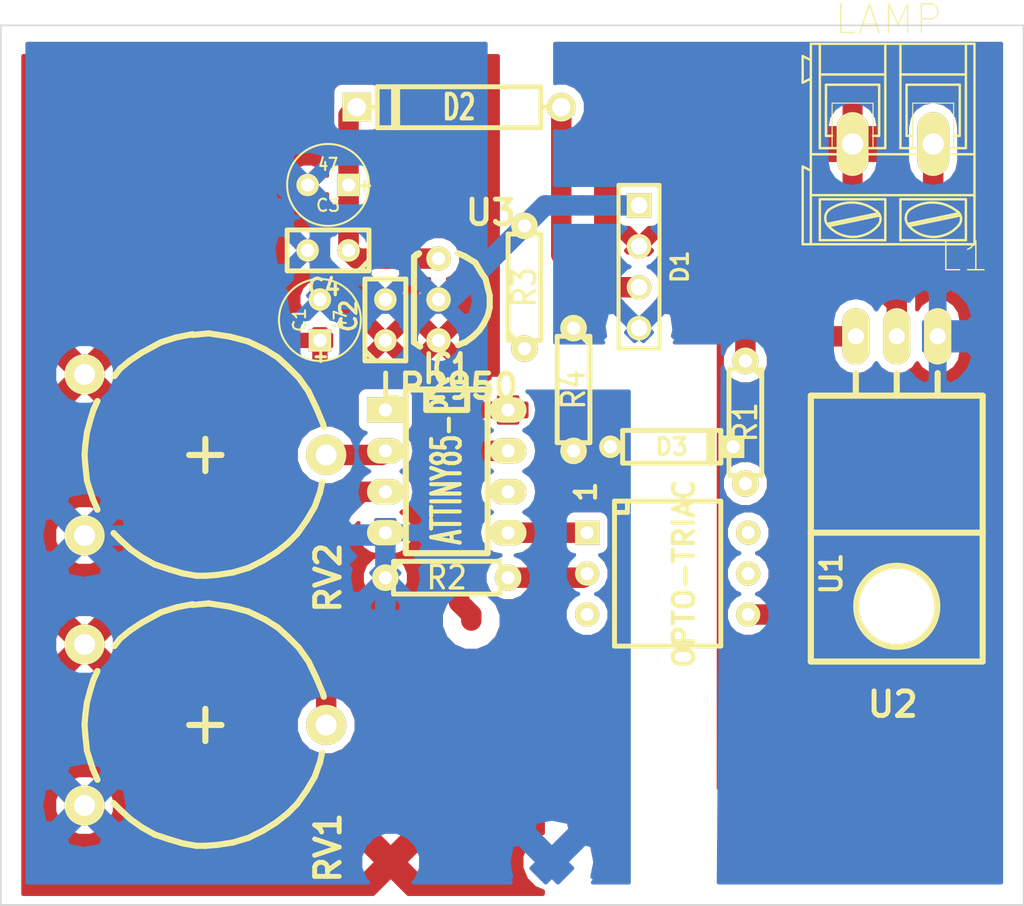
<source format=kicad_pcb>
(kicad_pcb (version 3) (host pcbnew "(2013-11-11 BZR 4454)-product")

  (general
    (links 34)
    (no_connects 7)
    (area 140.273314 68.34505 205.028001 125.018001)
    (thickness 1.6)
    (drawings 5)
    (tracks 49)
    (zones 0)
    (modules 18)
    (nets 19)
  )

  (page A4)
  (layers
    (15 F.Cu signal)
    (0 B.Cu signal)
    (16 B.Adhes user)
    (17 F.Adhes user)
    (18 B.Paste user)
    (19 F.Paste user)
    (20 B.SilkS user)
    (21 F.SilkS user)
    (22 B.Mask user)
    (23 F.Mask user)
    (24 Dwgs.User user)
    (25 Cmts.User user)
    (26 Eco1.User user)
    (27 Eco2.User user)
    (28 Edge.Cuts user)
  )

  (setup
    (last_trace_width 1.27)
    (trace_clearance 0.254)
    (zone_clearance 0.508)
    (zone_45_only no)
    (trace_min 0.254)
    (segment_width 0.2)
    (edge_width 0.1)
    (via_size 0.889)
    (via_drill 0.635)
    (via_min_size 0.889)
    (via_min_drill 0.508)
    (uvia_size 0.508)
    (uvia_drill 0.127)
    (uvias_allowed no)
    (uvia_min_size 0.508)
    (uvia_min_drill 0.127)
    (pcb_text_width 0.3)
    (pcb_text_size 1.5 1.5)
    (mod_edge_width 0.15)
    (mod_text_size 1 1)
    (mod_text_width 0.15)
    (pad_size 2.49936 2.49936)
    (pad_drill 1.30048)
    (pad_to_mask_clearance 0)
    (aux_axis_origin 147.066 121.158)
    (grid_origin 147.066 121.158)
    (visible_elements FFFFFF7F)
    (pcbplotparams
      (layerselection 3178497)
      (usegerberextensions true)
      (excludeedgelayer true)
      (linewidth 0.150000)
      (plotframeref false)
      (viasonmask false)
      (mode 1)
      (useauxorigin false)
      (hpglpennumber 1)
      (hpglpenspeed 20)
      (hpglpendiameter 15)
      (hpglpenoverlay 2)
      (psnegative false)
      (psa4output false)
      (plotreference true)
      (plotvalue true)
      (plotothertext true)
      (plotinvisibletext false)
      (padsonsilk false)
      (subtractmaskfromsilk false)
      (outputformat 1)
      (mirror false)
      (drillshape 1)
      (scaleselection 1)
      (outputdirectory ""))
  )

  (net 0 "")
  (net 1 +12V)
  (net 2 +9V)
  (net 3 -12V)
  (net 4 GND)
  (net 5 "Net-(D1-Pad3)")
  (net 6 "Net-(D3-Pad1)")
  (net 7 "Net-(IC1-Pad1)")
  (net 8 "Net-(IC1-Pad2)")
  (net 9 "Net-(IC1-Pad3)")
  (net 10 "Net-(IC1-Pad5)")
  (net 11 "Net-(IC1-Pad6)")
  (net 12 "Net-(L1-Pad1)")
  (net 13 "Net-(R1-Pad2)")
  (net 14 "Net-(R2-Pad2)")
  (net 15 "Net-(U1-Pad3)")
  (net 16 "Net-(U1-Pad4)")
  (net 17 "Net-(U1-Pad5)")
  (net 18 VCC)

  (net_class Default "This is the default net class."
    (clearance 0.254)
    (trace_width 1.27)
    (via_dia 0.889)
    (via_drill 0.635)
    (uvia_dia 0.508)
    (uvia_drill 0.127)
    (add_net "")
    (add_net +12V)
    (add_net +9V)
    (add_net -12V)
    (add_net GND)
    (add_net "Net-(D1-Pad3)")
    (add_net "Net-(D3-Pad1)")
    (add_net "Net-(IC1-Pad1)")
    (add_net "Net-(IC1-Pad2)")
    (add_net "Net-(IC1-Pad3)")
    (add_net "Net-(IC1-Pad5)")
    (add_net "Net-(IC1-Pad6)")
    (add_net "Net-(L1-Pad1)")
    (add_net "Net-(R1-Pad2)")
    (add_net "Net-(R2-Pad2)")
    (add_net "Net-(U1-Pad3)")
    (add_net "Net-(U1-Pad4)")
    (add_net "Net-(U1-Pad5)")
    (add_net VCC)
  )

  (module pin_array:PIN_ARRAY_4x1 (layer F.Cu) (tedit 4C10F42E) (tstamp 536054BF)
    (at 181.102 85.344 270)
    (descr "Double rangee de contacts 2 x 5 pins")
    (tags CONN)
    (path /5350C399)
    (fp_text reference D1 (at 0 -2.54 270) (layer F.SilkS)
      (effects (font (size 1.016 1.016) (thickness 0.2032)))
    )
    (fp_text value BRIDGE (at 0 2.54 270) (layer F.SilkS) hide
      (effects (font (size 1.016 1.016) (thickness 0.2032)))
    )
    (fp_line (start 5.08 1.27) (end -5.08 1.27) (layer F.SilkS) (width 0.254))
    (fp_line (start 5.08 -1.27) (end -5.08 -1.27) (layer F.SilkS) (width 0.254))
    (fp_line (start -5.08 -1.27) (end -5.08 1.27) (layer F.SilkS) (width 0.254))
    (fp_line (start 5.08 1.27) (end 5.08 -1.27) (layer F.SilkS) (width 0.254))
    (pad 1 thru_hole rect (at -3.81 0 270) (size 1.524 1.524) (drill 1.016) (layers *.Cu *.Mask F.SilkS)
      (net 4 GND))
    (pad 2 thru_hole circle (at -1.27 0 270) (size 1.524 1.524) (drill 1.016) (layers *.Cu *.Mask F.SilkS)
      (net 1 +12V))
    (pad 3 thru_hole circle (at 1.27 0 270) (size 1.524 1.524) (drill 1.016) (layers *.Cu *.Mask F.SilkS)
      (net 5 "Net-(D1-Pad3)"))
    (pad 4 thru_hole circle (at 3.81 0 270) (size 1.524 1.524) (drill 1.016) (layers *.Cu *.Mask F.SilkS)
      (net 3 -12V))
    (model pin_array\pins_array_4x1.wrl
      (at (xyz 0 0 0))
      (scale (xyz 1 1 1))
      (rotate (xyz 0 0 0))
    )
  )

  (module dip_sockets:DIP-8__300_ELL (layer F.Cu) (tedit 200000) (tstamp 53607DBF)
    (at 169.164 98.044 270)
    (descr "8 pins DIL package, elliptical pads")
    (tags DIL)
    (path /5350C1D5)
    (fp_text reference IC1 (at -6.35 0 360) (layer F.SilkS)
      (effects (font (size 1.778 1.143) (thickness 0.3048)))
    )
    (fp_text value ATTINY85-P (at 0 0 270) (layer F.SilkS)
      (effects (font (size 1.778 1.016) (thickness 0.3048)))
    )
    (fp_line (start -5.08 -1.27) (end -3.81 -1.27) (layer F.SilkS) (width 0.381))
    (fp_line (start -3.81 -1.27) (end -3.81 1.27) (layer F.SilkS) (width 0.381))
    (fp_line (start -3.81 1.27) (end -5.08 1.27) (layer F.SilkS) (width 0.381))
    (fp_line (start -5.08 -2.54) (end 5.08 -2.54) (layer F.SilkS) (width 0.381))
    (fp_line (start 5.08 -2.54) (end 5.08 2.54) (layer F.SilkS) (width 0.381))
    (fp_line (start 5.08 2.54) (end -5.08 2.54) (layer F.SilkS) (width 0.381))
    (fp_line (start -5.08 2.54) (end -5.08 -2.54) (layer F.SilkS) (width 0.381))
    (pad 1 thru_hole rect (at -3.81 3.81 270) (size 1.5748 2.286) (drill 0.8128) (layers *.Cu *.Mask F.SilkS)
      (net 7 "Net-(IC1-Pad1)"))
    (pad 2 thru_hole oval (at -1.27 3.81 270) (size 1.5748 2.286) (drill 0.8128) (layers *.Cu *.Mask F.SilkS)
      (net 8 "Net-(IC1-Pad2)"))
    (pad 3 thru_hole oval (at 1.27 3.81 270) (size 1.5748 2.286) (drill 0.8128) (layers *.Cu *.Mask F.SilkS)
      (net 9 "Net-(IC1-Pad3)"))
    (pad 4 thru_hole oval (at 3.81 3.81 270) (size 1.5748 2.286) (drill 0.8128) (layers *.Cu *.Mask F.SilkS)
      (net 4 GND))
    (pad 5 thru_hole oval (at 3.81 -3.81 270) (size 1.5748 2.286) (drill 0.8128) (layers *.Cu *.Mask F.SilkS)
      (net 10 "Net-(IC1-Pad5)"))
    (pad 6 thru_hole oval (at 1.27 -3.81 270) (size 1.5748 2.286) (drill 0.8128) (layers *.Cu *.Mask F.SilkS)
      (net 11 "Net-(IC1-Pad6)"))
    (pad 7 thru_hole oval (at -1.27 -3.81 270) (size 1.5748 2.286) (drill 0.8128) (layers *.Cu *.Mask F.SilkS)
      (net 6 "Net-(D3-Pad1)"))
    (pad 8 thru_hole oval (at -3.81 -3.81 270) (size 1.5748 2.286) (drill 0.8128) (layers *.Cu *.Mask F.SilkS)
      (net 18 VCC))
    (model dil/dil_8.wrl
      (at (xyz 0 0 0))
      (scale (xyz 1 1 1))
      (rotate (xyz 0 0 0))
    )
  )

  (module connect:AK300-2 (layer F.Cu) (tedit 4C5EE07C) (tstamp 53605529)
    (at 196.85 77.724 180)
    (descr CONNECTOR)
    (tags CONNECTOR)
    (path /5350C32F)
    (attr virtual)
    (fp_text reference L1 (at -4.445 -6.985 180) (layer F.SilkS)
      (effects (font (size 1.778 1.778) (thickness 0.0889)))
    )
    (fp_text value LAMP (at 0.254 7.747 180) (layer F.SilkS)
      (effects (font (size 1.778 1.778) (thickness 0.0889)))
    )
    (fp_line (start -3.7846 2.54) (end -1.2446 2.54) (layer F.SilkS) (width 0.06604))
    (fp_line (start -1.2446 2.54) (end -1.2446 -0.254) (layer F.SilkS) (width 0.06604))
    (fp_line (start -3.7846 -0.254) (end -1.2446 -0.254) (layer F.SilkS) (width 0.06604))
    (fp_line (start -3.7846 2.54) (end -3.7846 -0.254) (layer F.SilkS) (width 0.06604))
    (fp_line (start 1.2192 2.54) (end 3.7592 2.54) (layer F.SilkS) (width 0.06604))
    (fp_line (start 3.7592 2.54) (end 3.7592 -0.254) (layer F.SilkS) (width 0.06604))
    (fp_line (start 1.2192 -0.254) (end 3.7592 -0.254) (layer F.SilkS) (width 0.06604))
    (fp_line (start 1.2192 2.54) (end 1.2192 -0.254) (layer F.SilkS) (width 0.06604))
    (fp_line (start 5.08 -6.223) (end 5.08 -3.175) (layer F.SilkS) (width 0.1524))
    (fp_line (start 5.08 -6.223) (end -5.08 -6.223) (layer F.SilkS) (width 0.1524))
    (fp_line (start 5.08 -6.223) (end 5.588 -6.223) (layer F.SilkS) (width 0.1524))
    (fp_line (start 5.588 -6.223) (end 5.588 -1.397) (layer F.SilkS) (width 0.1524))
    (fp_line (start 5.588 -1.397) (end 5.08 -1.651) (layer F.SilkS) (width 0.1524))
    (fp_line (start 5.588 5.461) (end 5.08 5.207) (layer F.SilkS) (width 0.1524))
    (fp_line (start 5.08 5.207) (end 5.08 6.223) (layer F.SilkS) (width 0.1524))
    (fp_line (start 5.588 3.81) (end 5.08 4.064) (layer F.SilkS) (width 0.1524))
    (fp_line (start 5.08 4.064) (end 5.08 5.207) (layer F.SilkS) (width 0.1524))
    (fp_line (start 5.588 3.81) (end 5.588 5.461) (layer F.SilkS) (width 0.1524))
    (fp_line (start 0.4572 6.223) (end 0.4572 4.318) (layer F.SilkS) (width 0.1524))
    (fp_line (start 4.5212 -0.254) (end 4.5212 4.318) (layer F.SilkS) (width 0.1524))
    (fp_line (start 0.4572 6.223) (end 4.5212 6.223) (layer F.SilkS) (width 0.1524))
    (fp_line (start 4.5212 6.223) (end 5.08 6.223) (layer F.SilkS) (width 0.1524))
    (fp_line (start -0.4826 6.223) (end -0.4826 4.318) (layer F.SilkS) (width 0.1524))
    (fp_line (start -0.4826 6.223) (end 0.4572 6.223) (layer F.SilkS) (width 0.1524))
    (fp_line (start -4.5466 -0.254) (end -4.5466 4.318) (layer F.SilkS) (width 0.1524))
    (fp_line (start -5.08 6.223) (end -4.5466 6.223) (layer F.SilkS) (width 0.1524))
    (fp_line (start -4.5466 6.223) (end -0.4826 6.223) (layer F.SilkS) (width 0.1524))
    (fp_line (start 0.4572 4.318) (end 4.5212 4.318) (layer F.SilkS) (width 0.1524))
    (fp_line (start 0.4572 4.318) (end 0.4572 -0.254) (layer F.SilkS) (width 0.1524))
    (fp_line (start 4.5212 4.318) (end 4.5212 6.223) (layer F.SilkS) (width 0.1524))
    (fp_line (start -0.4826 4.318) (end -4.5466 4.318) (layer F.SilkS) (width 0.1524))
    (fp_line (start -0.4826 4.318) (end -0.4826 -0.254) (layer F.SilkS) (width 0.1524))
    (fp_line (start -4.5466 4.318) (end -4.5466 6.223) (layer F.SilkS) (width 0.1524))
    (fp_line (start 4.1402 3.683) (end 4.1402 0.508) (layer F.SilkS) (width 0.1524))
    (fp_line (start 4.1402 3.683) (end 0.8382 3.683) (layer F.SilkS) (width 0.1524))
    (fp_line (start 0.8382 3.683) (end 0.8382 0.508) (layer F.SilkS) (width 0.1524))
    (fp_line (start -0.8636 3.683) (end -0.8636 0.508) (layer F.SilkS) (width 0.1524))
    (fp_line (start -0.8636 3.683) (end -4.1656 3.683) (layer F.SilkS) (width 0.1524))
    (fp_line (start -4.1656 3.683) (end -4.1656 0.508) (layer F.SilkS) (width 0.1524))
    (fp_line (start -4.1656 0.508) (end -3.7846 0.508) (layer F.SilkS) (width 0.1524))
    (fp_line (start -0.8636 0.508) (end -1.2446 0.508) (layer F.SilkS) (width 0.1524))
    (fp_line (start 0.8382 0.508) (end 1.2192 0.508) (layer F.SilkS) (width 0.1524))
    (fp_line (start 4.1402 0.508) (end 3.7592 0.508) (layer F.SilkS) (width 0.1524))
    (fp_line (start -5.08 6.223) (end -5.08 -0.635) (layer F.SilkS) (width 0.1524))
    (fp_line (start -5.08 -0.635) (end -5.08 -3.175) (layer F.SilkS) (width 0.1524))
    (fp_line (start 5.08 -1.651) (end 5.08 -0.635) (layer F.SilkS) (width 0.1524))
    (fp_line (start 5.08 -0.635) (end 5.08 4.064) (layer F.SilkS) (width 0.1524))
    (fp_line (start -5.08 -3.175) (end 5.08 -3.175) (layer F.SilkS) (width 0.1524))
    (fp_line (start -5.08 -3.175) (end -5.08 -6.223) (layer F.SilkS) (width 0.1524))
    (fp_line (start 5.08 -3.175) (end 5.08 -1.651) (layer F.SilkS) (width 0.1524))
    (fp_line (start 0.4572 -3.429) (end 0.4572 -5.969) (layer F.SilkS) (width 0.1524))
    (fp_line (start 0.4572 -5.969) (end 4.5212 -5.969) (layer F.SilkS) (width 0.1524))
    (fp_line (start 4.5212 -5.969) (end 4.5212 -3.429) (layer F.SilkS) (width 0.1524))
    (fp_line (start 4.5212 -3.429) (end 0.4572 -3.429) (layer F.SilkS) (width 0.1524))
    (fp_line (start -0.4826 -3.429) (end -0.4826 -5.969) (layer F.SilkS) (width 0.1524))
    (fp_line (start -0.4826 -3.429) (end -4.5466 -3.429) (layer F.SilkS) (width 0.1524))
    (fp_line (start -4.5466 -3.429) (end -4.5466 -5.969) (layer F.SilkS) (width 0.1524))
    (fp_line (start -0.4826 -5.969) (end -4.5466 -5.969) (layer F.SilkS) (width 0.1524))
    (fp_line (start 0.8636 -4.445) (end 3.9116 -5.08) (layer F.SilkS) (width 0.1524))
    (fp_line (start 0.9906 -4.318) (end 4.0386 -4.953) (layer F.SilkS) (width 0.1524))
    (fp_line (start -4.1402 -4.445) (end -1.08966 -5.08) (layer F.SilkS) (width 0.1524))
    (fp_line (start -4.0132 -4.318) (end -0.9652 -4.953) (layer F.SilkS) (width 0.1524))
    (fp_line (start -4.5466 -0.254) (end -4.1656 -0.254) (layer F.SilkS) (width 0.1524))
    (fp_line (start -0.4826 -0.254) (end -0.8636 -0.254) (layer F.SilkS) (width 0.1524))
    (fp_line (start -0.8636 -0.254) (end -4.1656 -0.254) (layer F.SilkS) (width 0.1524))
    (fp_line (start -5.08 -0.635) (end -4.1656 -0.635) (layer F.SilkS) (width 0.1524))
    (fp_line (start -4.1656 -0.635) (end -0.8636 -0.635) (layer F.SilkS) (width 0.1524))
    (fp_line (start -0.8636 -0.635) (end 0.8382 -0.635) (layer F.SilkS) (width 0.1524))
    (fp_line (start 5.08 -0.635) (end 4.1402 -0.635) (layer F.SilkS) (width 0.1524))
    (fp_line (start 4.1402 -0.635) (end 0.8382 -0.635) (layer F.SilkS) (width 0.1524))
    (fp_line (start 4.5212 -0.254) (end 4.1402 -0.254) (layer F.SilkS) (width 0.1524))
    (fp_line (start 0.4572 -0.254) (end 0.8382 -0.254) (layer F.SilkS) (width 0.1524))
    (fp_line (start 0.8382 -0.254) (end 4.1402 -0.254) (layer F.SilkS) (width 0.1524))
    (fp_arc (start 3.5052 -4.59486) (end 4.01066 -5.05206) (angle 90.5) (layer F.SilkS) (width 0.1524))
    (fp_arc (start 2.54 -6.0706) (end 4.00304 -4.11734) (angle 75.5) (layer F.SilkS) (width 0.1524))
    (fp_arc (start 2.46126 -3.7084) (end 0.8636 -5.0038) (angle 100) (layer F.SilkS) (width 0.1524))
    (fp_arc (start 1.3462 -4.64566) (end 1.05664 -4.1275) (angle 104.2) (layer F.SilkS) (width 0.1524))
    (fp_arc (start -1.4986 -4.59486) (end -0.9906 -5.05206) (angle 90.5) (layer F.SilkS) (width 0.1524))
    (fp_arc (start -2.46126 -6.0706) (end -0.99822 -4.11734) (angle 75.5) (layer F.SilkS) (width 0.1524))
    (fp_arc (start -2.53746 -3.7084) (end -4.1402 -5.0038) (angle 100) (layer F.SilkS) (width 0.1524))
    (fp_arc (start -3.6576 -4.64566) (end -3.94462 -4.1275) (angle 104.2) (layer F.SilkS) (width 0.1524))
    (pad 1 thru_hole oval (at -2.5146 0 180) (size 1.9812 3.9624) (drill 1.3208) (layers *.Cu F.Paste F.SilkS F.Mask)
      (net 12 "Net-(L1-Pad1)"))
    (pad 2 thru_hole oval (at 2.4892 0 180) (size 1.9812 3.9624) (drill 1.3208) (layers *.Cu F.Paste F.SilkS F.Mask)
      (net 1 +12V))
  )

  (module discret:R3-LARGE_PADS (layer F.Cu) (tedit 47E26765) (tstamp 53605537)
    (at 187.706 94.996 270)
    (descr "Resitance 3 pas")
    (tags R)
    (path /5350C20D)
    (autoplace_cost180 10)
    (fp_text reference R1 (at 0 0 270) (layer F.SilkS)
      (effects (font (size 1.397 1.27) (thickness 0.2032)))
    )
    (fp_text value 100 (at 0 0 270) (layer F.SilkS) hide
      (effects (font (size 1.397 1.27) (thickness 0.2032)))
    )
    (fp_line (start -3.81 0) (end -3.302 0) (layer F.SilkS) (width 0.3048))
    (fp_line (start 3.81 0) (end 3.302 0) (layer F.SilkS) (width 0.3048))
    (fp_line (start 3.302 0) (end 3.302 -1.016) (layer F.SilkS) (width 0.3048))
    (fp_line (start 3.302 -1.016) (end -3.302 -1.016) (layer F.SilkS) (width 0.3048))
    (fp_line (start -3.302 -1.016) (end -3.302 1.016) (layer F.SilkS) (width 0.3048))
    (fp_line (start -3.302 1.016) (end 3.302 1.016) (layer F.SilkS) (width 0.3048))
    (fp_line (start 3.302 1.016) (end 3.302 0) (layer F.SilkS) (width 0.3048))
    (fp_line (start -3.302 -0.508) (end -2.794 -1.016) (layer F.SilkS) (width 0.3048))
    (pad 1 thru_hole circle (at -3.81 0 270) (size 1.651 1.651) (drill 0.8128) (layers *.Cu *.Mask F.SilkS)
      (net 12 "Net-(L1-Pad1)"))
    (pad 2 thru_hole circle (at 3.81 0 270) (size 1.651 1.651) (drill 0.8128) (layers *.Cu *.Mask F.SilkS)
      (net 13 "Net-(R1-Pad2)"))
    (model discret/resistor.wrl
      (at (xyz 0 0 0))
      (scale (xyz 0.3 0.3 0.3))
      (rotate (xyz 0 0 0))
    )
  )

  (module discret:R3-LARGE_PADS (layer F.Cu) (tedit 47E26765) (tstamp 53605545)
    (at 169.164 104.648)
    (descr "Resitance 3 pas")
    (tags R)
    (path /53588C7B)
    (autoplace_cost180 10)
    (fp_text reference R2 (at 0 0) (layer F.SilkS)
      (effects (font (size 1.397 1.27) (thickness 0.2032)))
    )
    (fp_text value 330 (at 0 0) (layer F.SilkS) hide
      (effects (font (size 1.397 1.27) (thickness 0.2032)))
    )
    (fp_line (start -3.81 0) (end -3.302 0) (layer F.SilkS) (width 0.3048))
    (fp_line (start 3.81 0) (end 3.302 0) (layer F.SilkS) (width 0.3048))
    (fp_line (start 3.302 0) (end 3.302 -1.016) (layer F.SilkS) (width 0.3048))
    (fp_line (start 3.302 -1.016) (end -3.302 -1.016) (layer F.SilkS) (width 0.3048))
    (fp_line (start -3.302 -1.016) (end -3.302 1.016) (layer F.SilkS) (width 0.3048))
    (fp_line (start -3.302 1.016) (end 3.302 1.016) (layer F.SilkS) (width 0.3048))
    (fp_line (start 3.302 1.016) (end 3.302 0) (layer F.SilkS) (width 0.3048))
    (fp_line (start -3.302 -0.508) (end -2.794 -1.016) (layer F.SilkS) (width 0.3048))
    (pad 1 thru_hole circle (at -3.81 0) (size 1.651 1.651) (drill 0.8128) (layers *.Cu *.Mask F.SilkS)
      (net 4 GND))
    (pad 2 thru_hole circle (at 3.81 0) (size 1.651 1.651) (drill 0.8128) (layers *.Cu *.Mask F.SilkS)
      (net 14 "Net-(R2-Pad2)"))
    (model discret/resistor.wrl
      (at (xyz 0 0 0))
      (scale (xyz 0.3 0.3 0.3))
      (rotate (xyz 0 0 0))
    )
  )

  (module Opto-Devices_RevC_03Oct2012:Optocoupler_6pin_wide_Stile-II_RevA_31Mar2011 (layer F.Cu) (tedit 53607710) (tstamp 5360559B)
    (at 182.88 104.394 270)
    (descr "Optocoupler, 6pin,  wide (10mm pin, 8mm Pad), like CNY17, RevA, 31Mar2011")
    (tags "Optocoupler, 6pin,  wide (10mm pin, 8mm Pad), like CNY17, RevA, 31Mar2011")
    (path /5350C1A2)
    (fp_text reference U1 (at 0 -10.16 270) (layer F.SilkS)
      (effects (font (size 1.27 1.27) (thickness 0.254)))
    )
    (fp_text value OPTO-TRIAC (at 0 -1.016 270) (layer F.SilkS)
      (effects (font (size 1.27 1.27) (thickness 0.254)))
    )
    (fp_text user 1 (at -5.08 5.08 270) (layer F.SilkS)
      (effects (font (size 1.27 1.27) (thickness 0.254)))
    )
    (fp_line (start -4.50088 2.49936) (end -3.79984 2.49936) (layer F.SilkS) (width 0.3048))
    (fp_line (start -3.79984 2.49936) (end -3.79984 3.2004) (layer F.SilkS) (width 0.3048))
    (fp_line (start -4.50088 -3.29946) (end 4.50088 -3.29946) (layer F.SilkS) (width 0.3048))
    (fp_line (start 4.50088 -3.29946) (end 4.50088 3.29946) (layer F.SilkS) (width 0.3048))
    (fp_line (start 4.50088 3.29946) (end -4.50088 3.29946) (layer F.SilkS) (width 0.3048))
    (fp_line (start -4.50088 3.29946) (end -4.50088 -3.29946) (layer F.SilkS) (width 0.3048))
    (pad 1 thru_hole rect (at -2.54 5.00126 270) (size 1.50114 1.50114) (drill 0.8001) (layers *.Cu *.Mask F.SilkS)
      (net 10 "Net-(IC1-Pad5)"))
    (pad 2 thru_hole circle (at 0 5.00126 270) (size 1.50114 1.50114) (drill 0.8001) (layers *.Cu *.Mask F.SilkS)
      (net 14 "Net-(R2-Pad2)"))
    (pad 3 thru_hole circle (at 2.54 5.00126 270) (size 1.50114 1.50114) (drill 0.8001) (layers *.Cu *.Mask F.SilkS)
      (net 15 "Net-(U1-Pad3)"))
    (pad 4 thru_hole circle (at 2.54 -4.99872 270) (size 1.50114 1.50114) (drill 0.8001) (layers *.Cu *.Mask F.SilkS)
      (net 16 "Net-(U1-Pad4)"))
    (pad 5 thru_hole circle (at 0 -4.99872 270) (size 1.50114 1.50114) (drill 0.8001) (layers *.Cu *.Mask F.SilkS)
      (net 17 "Net-(U1-Pad5)"))
    (pad 6 thru_hole circle (at -2.54 -4.99872 270) (size 1.50114 1.50114) (drill 0.8001) (layers *.Cu *.Mask F.SilkS)
      (net 13 "Net-(R1-Pad2)"))
  )

  (module Transistor_TO-220_RevB_03Sep2012:TO-220_Neutral123_Horizontal_LargePads (layer F.Cu) (tedit 5044FDE9) (tstamp 536055AF)
    (at 197.104 89.662 180)
    (descr "TO-220, Neutral, Horizontal, Large Pads,")
    (tags "TO-220, Neutral, Horizontal, Large Pads,")
    (path /5350C1F3)
    (fp_text reference U2 (at 0.24892 -22.84984 180) (layer F.SilkS)
      (effects (font (thickness 0.3048)))
    )
    (fp_text value TRIAC (at -0.20066 4.24942 180) (layer F.SilkS) hide
      (effects (font (thickness 0.3048)))
    )
    (fp_line (start -2.54 -3.683) (end -2.54 -2.286) (layer F.SilkS) (width 0.381))
    (fp_line (start 0 -3.683) (end 0 -2.286) (layer F.SilkS) (width 0.381))
    (fp_line (start 2.54 -3.683) (end 2.54 -2.286) (layer F.SilkS) (width 0.381))
    (fp_circle (center 0 -16.764) (end 1.778 -14.986) (layer F.SilkS) (width 0.381))
    (fp_line (start 5.334 -12.192) (end 5.334 -20.193) (layer F.SilkS) (width 0.381))
    (fp_line (start 5.334 -20.193) (end -5.334 -20.193) (layer F.SilkS) (width 0.381))
    (fp_line (start -5.334 -20.193) (end -5.334 -12.192) (layer F.SilkS) (width 0.381))
    (fp_line (start 5.334 -3.683) (end 5.334 -12.192) (layer F.SilkS) (width 0.381))
    (fp_line (start 5.334 -12.192) (end -5.334 -12.192) (layer F.SilkS) (width 0.381))
    (fp_line (start -5.334 -12.192) (end -5.334 -3.683) (layer F.SilkS) (width 0.381))
    (fp_line (start 0 -3.683) (end -5.334 -3.683) (layer F.SilkS) (width 0.381))
    (fp_line (start 0 -3.683) (end 5.334 -3.683) (layer F.SilkS) (width 0.381))
    (pad 2 thru_hole oval (at 0 0 270) (size 3.50012 1.69926) (drill 1.00076) (layers *.Cu *.Mask F.SilkS)
      (net 12 "Net-(L1-Pad1)"))
    (pad 1 thru_hole oval (at -2.54 0 270) (size 3.50012 1.69926) (drill 1.00076) (layers *.Cu *.Mask F.SilkS)
      (net 3 -12V))
    (pad 3 thru_hole oval (at 2.54 0 270) (size 3.50012 1.69926) (drill 1.00076) (layers *.Cu *.Mask F.SilkS)
      (net 16 "Net-(U1-Pad4)"))
    (pad "" np_thru_hole circle (at 0 -16.764 270) (size 3.79984 3.79984) (drill 3.79984) (layers *.Cu *.Mask F.SilkS))
    (model Transistor_TO-220_Wings3d_RevB_03Sep2012/TO220-Horizontal_RevB_Faktor03937_03Sep2012.wrl
      (at (xyz 0 0 0))
      (scale (xyz 0.3937 0.3937 0.3937))
      (rotate (xyz 0 0 0))
    )
  )

  (module TO-92_Housings_06Jun2013:TO-92-Free-inline-wide (layer F.Cu) (tedit 4BAE264F) (tstamp 53607DD9)
    (at 168.656 87.376)
    (descr "TO-92 allgemein free inline wide drill 0,8mm")
    (tags "TO-92 allgemein free inline wide drill 0,8mm")
    (path /53588AD3)
    (fp_text reference U3 (at 3.2385 -5.3975) (layer F.SilkS)
      (effects (font (thickness 0.3048)))
    )
    (fp_text value LP2950 (at 0.635 5.3975) (layer F.SilkS)
      (effects (font (thickness 0.3048)))
    )
    (fp_line (start -1.524 2.667) (end -1.143 2.921) (layer F.SilkS) (width 0.381))
    (fp_line (start 1.6764 -2.667) (end 1.2065 -2.8702) (layer F.SilkS) (width 0.381))
    (fp_line (start -1.3843 -2.794) (end -1.2065 -2.8702) (layer F.SilkS) (width 0.381))
    (fp_line (start 1.6256 2.6543) (end 1.2065 2.8321) (layer F.SilkS) (width 0.381))
    (fp_line (start 3.175 0) (end 3.175 0.508) (layer F.SilkS) (width 0.381))
    (fp_line (start 3.175 0.508) (end 3.048 1.016) (layer F.SilkS) (width 0.381))
    (fp_line (start 3.048 1.016) (end 2.794 1.524) (layer F.SilkS) (width 0.381))
    (fp_line (start 2.794 1.524) (end 2.54 1.905) (layer F.SilkS) (width 0.381))
    (fp_line (start 2.54 1.905) (end 2.159 2.286) (layer F.SilkS) (width 0.381))
    (fp_line (start 2.159 2.286) (end 1.651 2.667) (layer F.SilkS) (width 0.381))
    (fp_line (start 1.651 -2.667) (end 2.286 -2.286) (layer F.SilkS) (width 0.381))
    (fp_line (start 2.286 -2.286) (end 2.667 -1.651) (layer F.SilkS) (width 0.381))
    (fp_line (start 2.667 -1.651) (end 2.921 -1.27) (layer F.SilkS) (width 0.381))
    (fp_line (start 2.921 -1.27) (end 3.048 -0.762) (layer F.SilkS) (width 0.381))
    (fp_line (start 3.048 -0.762) (end 3.175 -0.254) (layer F.SilkS) (width 0.381))
    (fp_line (start 3.175 -0.254) (end 3.175 0) (layer F.SilkS) (width 0.381))
    (fp_line (start -1.524 -2.667) (end -1.27 -2.794) (layer F.SilkS) (width 0.381))
    (fp_line (start -1.524 -2.667) (end -1.524 2.667) (layer F.SilkS) (width 0.381))
    (pad 2 thru_hole circle (at 0 0) (size 1.524 1.524) (drill 0.8128) (layers *.Cu *.Mask F.SilkS)
      (net 4 GND))
    (pad 3 thru_hole circle (at 0 2.54) (size 1.524 1.524) (drill 0.8128) (layers *.Cu *.Mask F.SilkS)
      (net 18 VCC))
    (pad 1 thru_hole circle (at 0 -2.54) (size 1.524 1.524) (drill 0.8128) (layers *.Cu *.Mask F.SilkS)
      (net 2 +9V))
  )

  (module discret:C1V5 (layer F.Cu) (tedit 3E070CF4) (tstamp 53607F66)
    (at 161.29 88.646 90)
    (descr "Condensateur e = 1 pas")
    (tags C)
    (path /53606228)
    (fp_text reference C1 (at 0 -1.26746 90) (layer F.SilkS)
      (effects (font (size 0.762 0.762) (thickness 0.127)))
    )
    (fp_text value 47 (at 0 1.27 90) (layer F.SilkS)
      (effects (font (size 0.762 0.635) (thickness 0.127)))
    )
    (fp_text user + (at -2.286 0 90) (layer F.SilkS)
      (effects (font (size 0.762 0.762) (thickness 0.2032)))
    )
    (fp_circle (center 0 0) (end 0.127 -2.54) (layer F.SilkS) (width 0.127))
    (pad 1 thru_hole rect (at -1.27 0 90) (size 1.397 1.397) (drill 0.8128) (layers *.Cu *.Mask F.SilkS)
      (net 18 VCC))
    (pad 2 thru_hole circle (at 1.27 0 90) (size 1.397 1.397) (drill 0.8128) (layers *.Cu *.Mask F.SilkS)
      (net 4 GND))
    (model discret/c_vert_c1v5.wrl
      (at (xyz 0 0 0))
      (scale (xyz 1 1 1))
      (rotate (xyz 0 0 0))
    )
  )

  (module discret:C1 (layer F.Cu) (tedit 3F92C496) (tstamp 53607DFD)
    (at 165.354 88.646 90)
    (descr "Condensateur e = 1 pas")
    (tags C)
    (path /536061E3)
    (fp_text reference C2 (at 0.254 -2.286 90) (layer F.SilkS)
      (effects (font (size 1.016 1.016) (thickness 0.2032)))
    )
    (fp_text value 0.1 (at 0 -2.286 90) (layer F.SilkS) hide
      (effects (font (size 1.016 1.016) (thickness 0.2032)))
    )
    (fp_line (start -2.4892 -1.27) (end 2.54 -1.27) (layer F.SilkS) (width 0.3048))
    (fp_line (start 2.54 -1.27) (end 2.54 1.27) (layer F.SilkS) (width 0.3048))
    (fp_line (start 2.54 1.27) (end -2.54 1.27) (layer F.SilkS) (width 0.3048))
    (fp_line (start -2.54 1.27) (end -2.54 -1.27) (layer F.SilkS) (width 0.3048))
    (fp_line (start -2.54 -0.635) (end -1.905 -1.27) (layer F.SilkS) (width 0.3048))
    (pad 1 thru_hole circle (at -1.27 0 90) (size 1.397 1.397) (drill 0.8128) (layers *.Cu *.Mask F.SilkS)
      (net 18 VCC))
    (pad 2 thru_hole circle (at 1.27 0 90) (size 1.397 1.397) (drill 0.8128) (layers *.Cu *.Mask F.SilkS)
      (net 4 GND))
    (model discret/capa_1_pas.wrl
      (at (xyz 0 0 0))
      (scale (xyz 1 1 1))
      (rotate (xyz 0 0 0))
    )
  )

  (module discret:C1V5 (layer F.Cu) (tedit 3E070CF4) (tstamp 536074C6)
    (at 161.798 80.264 180)
    (descr "Condensateur e = 1 pas")
    (tags C)
    (path /53606417)
    (fp_text reference C3 (at 0 -1.26746 180) (layer F.SilkS)
      (effects (font (size 0.762 0.762) (thickness 0.127)))
    )
    (fp_text value 47 (at 0 1.27 180) (layer F.SilkS)
      (effects (font (size 0.762 0.635) (thickness 0.127)))
    )
    (fp_text user + (at -2.286 0 180) (layer F.SilkS)
      (effects (font (size 0.762 0.762) (thickness 0.2032)))
    )
    (fp_circle (center 0 0) (end 0.127 -2.54) (layer F.SilkS) (width 0.127))
    (pad 1 thru_hole rect (at -1.27 0 180) (size 1.397 1.397) (drill 0.8128) (layers *.Cu *.Mask F.SilkS)
      (net 2 +9V))
    (pad 2 thru_hole circle (at 1.27 0 180) (size 1.397 1.397) (drill 0.8128) (layers *.Cu *.Mask F.SilkS)
      (net 4 GND))
    (model discret/c_vert_c1v5.wrl
      (at (xyz 0 0 0))
      (scale (xyz 1 1 1))
      (rotate (xyz 0 0 0))
    )
  )

  (module discret:C1 (layer F.Cu) (tedit 3F92C496) (tstamp 53607DF1)
    (at 161.798 84.328 180)
    (descr "Condensateur e = 1 pas")
    (tags C)
    (path /53606411)
    (fp_text reference C4 (at 0.254 -2.286 180) (layer F.SilkS)
      (effects (font (size 1.016 1.016) (thickness 0.2032)))
    )
    (fp_text value 0.1 (at 0 -2.286 180) (layer F.SilkS) hide
      (effects (font (size 1.016 1.016) (thickness 0.2032)))
    )
    (fp_line (start -2.4892 -1.27) (end 2.54 -1.27) (layer F.SilkS) (width 0.3048))
    (fp_line (start 2.54 -1.27) (end 2.54 1.27) (layer F.SilkS) (width 0.3048))
    (fp_line (start 2.54 1.27) (end -2.54 1.27) (layer F.SilkS) (width 0.3048))
    (fp_line (start -2.54 1.27) (end -2.54 -1.27) (layer F.SilkS) (width 0.3048))
    (fp_line (start -2.54 -0.635) (end -1.905 -1.27) (layer F.SilkS) (width 0.3048))
    (pad 1 thru_hole circle (at -1.27 0 180) (size 1.397 1.397) (drill 0.8128) (layers *.Cu *.Mask F.SilkS)
      (net 2 +9V))
    (pad 2 thru_hole circle (at 1.27 0 180) (size 1.397 1.397) (drill 0.8128) (layers *.Cu *.Mask F.SilkS)
      (net 4 GND))
    (model discret/capa_1_pas.wrl
      (at (xyz 0 0 0))
      (scale (xyz 1 1 1))
      (rotate (xyz 0 0 0))
    )
  )

  (module discret:D5 (layer F.Cu) (tedit 200000) (tstamp 536073AA)
    (at 169.926 75.438 180)
    (descr "Diode 5 pas")
    (tags "DIODE DEV")
    (path /5360638C)
    (fp_text reference D2 (at 0 0 180) (layer F.SilkS)
      (effects (font (size 1.524 1.016) (thickness 0.3048)))
    )
    (fp_text value DIODE (at -0.254 0 180) (layer F.SilkS) hide
      (effects (font (size 1.524 1.016) (thickness 0.3048)))
    )
    (fp_line (start 6.35 0) (end 5.08 0) (layer F.SilkS) (width 0.3048))
    (fp_line (start 5.08 0) (end 5.08 -1.27) (layer F.SilkS) (width 0.3048))
    (fp_line (start 5.08 -1.27) (end -5.08 -1.27) (layer F.SilkS) (width 0.3048))
    (fp_line (start -5.08 -1.27) (end -5.08 0) (layer F.SilkS) (width 0.3048))
    (fp_line (start -5.08 0) (end -6.35 0) (layer F.SilkS) (width 0.3048))
    (fp_line (start -5.08 0) (end -5.08 1.27) (layer F.SilkS) (width 0.3048))
    (fp_line (start -5.08 1.27) (end 5.08 1.27) (layer F.SilkS) (width 0.3048))
    (fp_line (start 5.08 1.27) (end 5.08 0) (layer F.SilkS) (width 0.3048))
    (fp_line (start 3.81 -1.27) (end 3.81 1.27) (layer F.SilkS) (width 0.3048))
    (fp_line (start 4.064 -1.27) (end 4.064 1.27) (layer F.SilkS) (width 0.3048))
    (pad 1 thru_hole circle (at -6.35 0 180) (size 1.778 1.778) (drill 1.143) (layers *.Cu *.Mask F.SilkS)
      (net 5 "Net-(D1-Pad3)"))
    (pad 2 thru_hole rect (at 6.35 0 180) (size 1.778 1.778) (drill 1.143) (layers *.Cu *.Mask F.SilkS)
      (net 2 +9V))
    (model discret/diode.wrl
      (at (xyz 0 0 0))
      (scale (xyz 0.5 0.5 0.5))
      (rotate (xyz 0 0 0))
    )
  )

  (module Potentiometer_RevB_02Aug2010:Potentiometer_Trimmer-Piher_PT15-V15_horizontal_RevA_02Aug2010 (layer F.Cu) (tedit 53607E5F) (tstamp 53607FD4)
    (at 154.178 113.792 270)
    (descr "Potentiometer, Trimmer, Piher, PT15, Type V15, horizontal, Rev A, 02 Aug 2010,")
    (tags "Potentiometer, Trimmer, Piher, PT15, Type V15, horizontal, Rev A, 02 Aug 2010,")
    (path /53588D1F)
    (zone_connect 1)
    (fp_text reference RV1 (at 7.62 -7.62 270) (layer F.SilkS)
      (effects (font (thickness 0.3048)))
    )
    (fp_text value 20k (at 0 11.43 270) (layer F.SilkS) hide
      (effects (font (thickness 0.3048)))
    )
    (fp_line (start -1.95072 -7.29996) (end -1.75006 -7.35076) (layer F.SilkS) (width 0.381))
    (fp_line (start 2.4003 -7.0993) (end 1.69926 -7.24916) (layer F.SilkS) (width 0.381))
    (fp_line (start -3.35026 6.70052) (end -2.79908 6.94944) (layer F.SilkS) (width 0.381))
    (fp_line (start -2.79908 6.94944) (end -2.14884 7.1501) (layer F.SilkS) (width 0.381))
    (fp_line (start -2.14884 7.1501) (end -1.39954 7.35076) (layer F.SilkS) (width 0.381))
    (fp_line (start -1.39954 7.35076) (end -0.65024 7.44982) (layer F.SilkS) (width 0.381))
    (fp_line (start -0.65024 7.44982) (end 0 7.50062) (layer F.SilkS) (width 0.381))
    (fp_line (start 0 7.50062) (end 0.65024 7.44982) (layer F.SilkS) (width 0.381))
    (fp_line (start 0.65024 7.44982) (end 1.6002 7.35076) (layer F.SilkS) (width 0.381))
    (fp_line (start 1.6002 7.35076) (end 2.70002 7.00024) (layer F.SilkS) (width 0.381))
    (fp_line (start 2.70002 7.00024) (end 3.40106 6.70052) (layer F.SilkS) (width 0.381))
    (fp_line (start -7.50062 0.8001) (end -7.29996 1.80086) (layer F.SilkS) (width 0.381))
    (fp_line (start -7.29996 1.80086) (end -7.00024 2.75082) (layer F.SilkS) (width 0.381))
    (fp_line (start -7.00024 2.75082) (end -6.35 3.9497) (layer F.SilkS) (width 0.381))
    (fp_line (start -6.35 3.9497) (end -5.84962 4.699) (layer F.SilkS) (width 0.381))
    (fp_line (start -5.84962 4.699) (end -5.34924 5.30098) (layer F.SilkS) (width 0.381))
    (fp_line (start -5.34924 5.30098) (end -4.89966 5.64896) (layer F.SilkS) (width 0.381))
    (fp_line (start -1.95072 -7.29996) (end -2.90068 -6.90118) (layer F.SilkS) (width 0.381))
    (fp_line (start -2.90068 -6.90118) (end -3.9497 -6.4008) (layer F.SilkS) (width 0.381))
    (fp_line (start -3.9497 -6.4008) (end -4.8006 -5.79882) (layer F.SilkS) (width 0.381))
    (fp_line (start -4.8006 -5.79882) (end -5.45084 -5.15112) (layer F.SilkS) (width 0.381))
    (fp_line (start -5.45084 -5.15112) (end -6.05028 -4.50088) (layer F.SilkS) (width 0.381))
    (fp_line (start -6.05028 -4.50088) (end -6.55066 -3.70078) (layer F.SilkS) (width 0.381))
    (fp_line (start -6.55066 -3.70078) (end -7.05104 -2.64922) (layer F.SilkS) (width 0.381))
    (fp_line (start -7.05104 -2.64922) (end -7.35076 -1.50114) (layer F.SilkS) (width 0.381))
    (fp_line (start -7.35076 -1.50114) (end -7.54888 -0.20066) (layer F.SilkS) (width 0.381))
    (fp_line (start -7.54888 -0.20066) (end -7.44982 0.8001) (layer F.SilkS) (width 0.381))
    (fp_line (start 6.55066 -3.59918) (end 6.05028 -4.39928) (layer F.SilkS) (width 0.381))
    (fp_line (start 6.05028 -4.39928) (end 5.4991 -5.10032) (layer F.SilkS) (width 0.381))
    (fp_line (start 5.4991 -5.10032) (end 4.89966 -5.69976) (layer F.SilkS) (width 0.381))
    (fp_line (start 4.89966 -5.69976) (end 4.04876 -6.2992) (layer F.SilkS) (width 0.381))
    (fp_line (start 4.04876 -6.2992) (end 3.2004 -6.79958) (layer F.SilkS) (width 0.381))
    (fp_line (start 3.2004 -6.79958) (end 2.3495 -7.0993) (layer F.SilkS) (width 0.381))
    (fp_line (start 4.84886 5.69976) (end 5.30098 5.25018) (layer F.SilkS) (width 0.381))
    (fp_line (start 5.30098 5.25018) (end 5.84962 4.65074) (layer F.SilkS) (width 0.381))
    (fp_line (start 5.84962 4.65074) (end 6.35 3.9497) (layer F.SilkS) (width 0.381))
    (fp_line (start 6.35 3.9497) (end 6.79958 3.1496) (layer F.SilkS) (width 0.381))
    (fp_line (start 6.79958 3.1496) (end 7.0993 2.25044) (layer F.SilkS) (width 0.381))
    (fp_line (start 7.0993 2.25044) (end 7.35076 1.39954) (layer F.SilkS) (width 0.381))
    (fp_line (start 7.35076 1.39954) (end 7.50062 0.55118) (layer F.SilkS) (width 0.381))
    (fp_line (start 7.50062 0.55118) (end 7.50062 0) (layer F.SilkS) (width 0.381))
    (fp_line (start 7.50062 0) (end 7.44982 -0.70104) (layer F.SilkS) (width 0.381))
    (fp_line (start 7.44982 -0.70104) (end 7.29996 -1.69926) (layer F.SilkS) (width 0.381))
    (fp_line (start 7.29996 -1.69926) (end 7.00024 -2.70002) (layer F.SilkS) (width 0.381))
    (fp_line (start 7.00024 -2.70002) (end 6.55066 -3.59918) (layer F.SilkS) (width 0.381))
    (fp_line (start 0 -1.00076) (end 0 1.00076) (layer F.SilkS) (width 0.381))
    (fp_line (start -1.00076 0) (end 1.00076 0) (layer F.SilkS) (width 0.381))
    (pad 2 thru_hole circle (at 0 -7.50062 270) (size 2.49936 2.49936) (drill 1.30048) (layers *.Cu *.Mask F.SilkS)
      (net 9 "Net-(IC1-Pad3)") (zone_connect 1))
    (pad 3 thru_hole circle (at 5.00126 7.50062 270) (size 2.49936 2.49936) (drill 1.30048) (layers *.Cu *.Mask F.SilkS)
      (net 4 GND) (zone_connect 1))
    (pad 1 thru_hole circle (at -5.00126 7.50062 270) (size 2.49936 2.49936) (drill 1.30048) (layers *.Cu *.Mask F.SilkS)
      (net 18 VCC) (zone_connect 1))
  )

  (module Potentiometer_RevB_02Aug2010:Potentiometer_Trimmer-Piher_PT15-V15_horizontal_RevA_02Aug2010 (layer F.Cu) (tedit 53607E2F) (tstamp 53607EE6)
    (at 154.178 97.028 270)
    (descr "Potentiometer, Trimmer, Piher, PT15, Type V15, horizontal, Rev A, 02 Aug 2010,")
    (tags "Potentiometer, Trimmer, Piher, PT15, Type V15, horizontal, Rev A, 02 Aug 2010,")
    (path /53588D01)
    (fp_text reference RV2 (at 7.62 -7.62 270) (layer F.SilkS)
      (effects (font (thickness 0.3048)))
    )
    (fp_text value 20k (at 0 11.43 270) (layer F.SilkS) hide
      (effects (font (thickness 0.3048)))
    )
    (fp_line (start -1.95072 -7.29996) (end -1.75006 -7.35076) (layer F.SilkS) (width 0.381))
    (fp_line (start 2.4003 -7.0993) (end 1.69926 -7.24916) (layer F.SilkS) (width 0.381))
    (fp_line (start -3.35026 6.70052) (end -2.79908 6.94944) (layer F.SilkS) (width 0.381))
    (fp_line (start -2.79908 6.94944) (end -2.14884 7.1501) (layer F.SilkS) (width 0.381))
    (fp_line (start -2.14884 7.1501) (end -1.39954 7.35076) (layer F.SilkS) (width 0.381))
    (fp_line (start -1.39954 7.35076) (end -0.65024 7.44982) (layer F.SilkS) (width 0.381))
    (fp_line (start -0.65024 7.44982) (end 0 7.50062) (layer F.SilkS) (width 0.381))
    (fp_line (start 0 7.50062) (end 0.65024 7.44982) (layer F.SilkS) (width 0.381))
    (fp_line (start 0.65024 7.44982) (end 1.6002 7.35076) (layer F.SilkS) (width 0.381))
    (fp_line (start 1.6002 7.35076) (end 2.70002 7.00024) (layer F.SilkS) (width 0.381))
    (fp_line (start 2.70002 7.00024) (end 3.40106 6.70052) (layer F.SilkS) (width 0.381))
    (fp_line (start -7.50062 0.8001) (end -7.29996 1.80086) (layer F.SilkS) (width 0.381))
    (fp_line (start -7.29996 1.80086) (end -7.00024 2.75082) (layer F.SilkS) (width 0.381))
    (fp_line (start -7.00024 2.75082) (end -6.35 3.9497) (layer F.SilkS) (width 0.381))
    (fp_line (start -6.35 3.9497) (end -5.84962 4.699) (layer F.SilkS) (width 0.381))
    (fp_line (start -5.84962 4.699) (end -5.34924 5.30098) (layer F.SilkS) (width 0.381))
    (fp_line (start -5.34924 5.30098) (end -4.89966 5.64896) (layer F.SilkS) (width 0.381))
    (fp_line (start -1.95072 -7.29996) (end -2.90068 -6.90118) (layer F.SilkS) (width 0.381))
    (fp_line (start -2.90068 -6.90118) (end -3.9497 -6.4008) (layer F.SilkS) (width 0.381))
    (fp_line (start -3.9497 -6.4008) (end -4.8006 -5.79882) (layer F.SilkS) (width 0.381))
    (fp_line (start -4.8006 -5.79882) (end -5.45084 -5.15112) (layer F.SilkS) (width 0.381))
    (fp_line (start -5.45084 -5.15112) (end -6.05028 -4.50088) (layer F.SilkS) (width 0.381))
    (fp_line (start -6.05028 -4.50088) (end -6.55066 -3.70078) (layer F.SilkS) (width 0.381))
    (fp_line (start -6.55066 -3.70078) (end -7.05104 -2.64922) (layer F.SilkS) (width 0.381))
    (fp_line (start -7.05104 -2.64922) (end -7.35076 -1.50114) (layer F.SilkS) (width 0.381))
    (fp_line (start -7.35076 -1.50114) (end -7.54888 -0.20066) (layer F.SilkS) (width 0.381))
    (fp_line (start -7.54888 -0.20066) (end -7.44982 0.8001) (layer F.SilkS) (width 0.381))
    (fp_line (start 6.55066 -3.59918) (end 6.05028 -4.39928) (layer F.SilkS) (width 0.381))
    (fp_line (start 6.05028 -4.39928) (end 5.4991 -5.10032) (layer F.SilkS) (width 0.381))
    (fp_line (start 5.4991 -5.10032) (end 4.89966 -5.69976) (layer F.SilkS) (width 0.381))
    (fp_line (start 4.89966 -5.69976) (end 4.04876 -6.2992) (layer F.SilkS) (width 0.381))
    (fp_line (start 4.04876 -6.2992) (end 3.2004 -6.79958) (layer F.SilkS) (width 0.381))
    (fp_line (start 3.2004 -6.79958) (end 2.3495 -7.0993) (layer F.SilkS) (width 0.381))
    (fp_line (start 4.84886 5.69976) (end 5.30098 5.25018) (layer F.SilkS) (width 0.381))
    (fp_line (start 5.30098 5.25018) (end 5.84962 4.65074) (layer F.SilkS) (width 0.381))
    (fp_line (start 5.84962 4.65074) (end 6.35 3.9497) (layer F.SilkS) (width 0.381))
    (fp_line (start 6.35 3.9497) (end 6.79958 3.1496) (layer F.SilkS) (width 0.381))
    (fp_line (start 6.79958 3.1496) (end 7.0993 2.25044) (layer F.SilkS) (width 0.381))
    (fp_line (start 7.0993 2.25044) (end 7.35076 1.39954) (layer F.SilkS) (width 0.381))
    (fp_line (start 7.35076 1.39954) (end 7.50062 0.55118) (layer F.SilkS) (width 0.381))
    (fp_line (start 7.50062 0.55118) (end 7.50062 0) (layer F.SilkS) (width 0.381))
    (fp_line (start 7.50062 0) (end 7.44982 -0.70104) (layer F.SilkS) (width 0.381))
    (fp_line (start 7.44982 -0.70104) (end 7.29996 -1.69926) (layer F.SilkS) (width 0.381))
    (fp_line (start 7.29996 -1.69926) (end 7.00024 -2.70002) (layer F.SilkS) (width 0.381))
    (fp_line (start 7.00024 -2.70002) (end 6.55066 -3.59918) (layer F.SilkS) (width 0.381))
    (fp_line (start 0 -1.00076) (end 0 1.00076) (layer F.SilkS) (width 0.381))
    (fp_line (start -1.00076 0) (end 1.00076 0) (layer F.SilkS) (width 0.381))
    (pad 2 thru_hole circle (at 0 -7.50062 270) (size 2.49936 2.49936) (drill 1.30048) (layers *.Cu *.Mask F.SilkS)
      (net 8 "Net-(IC1-Pad2)"))
    (pad 3 thru_hole circle (at 5.00126 7.50062 270) (size 2.49936 2.49936) (drill 1.30048) (layers *.Cu *.Mask F.SilkS)
      (net 4 GND))
    (pad 1 thru_hole circle (at -5.00126 7.50062 270) (size 2.49936 2.49936) (drill 1.30048) (layers *.Cu *.Mask F.SilkS)
      (net 18 VCC))
  )

  (module discret:D3 (layer F.Cu) (tedit 200000) (tstamp 54347FB8)
    (at 183.134 96.52)
    (descr "Diode 3 pas")
    (tags "DIODE DEV")
    (path /54347C1A)
    (fp_text reference D3 (at 0 0) (layer F.SilkS)
      (effects (font (size 1.016 1.016) (thickness 0.2032)))
    )
    (fp_text value 1n4148 (at 0 0) (layer F.SilkS) hide
      (effects (font (size 1.016 1.016) (thickness 0.2032)))
    )
    (fp_line (start 3.81 0) (end 3.048 0) (layer F.SilkS) (width 0.3048))
    (fp_line (start 3.048 0) (end 3.048 -1.016) (layer F.SilkS) (width 0.3048))
    (fp_line (start 3.048 -1.016) (end -3.048 -1.016) (layer F.SilkS) (width 0.3048))
    (fp_line (start -3.048 -1.016) (end -3.048 0) (layer F.SilkS) (width 0.3048))
    (fp_line (start -3.048 0) (end -3.81 0) (layer F.SilkS) (width 0.3048))
    (fp_line (start -3.048 0) (end -3.048 1.016) (layer F.SilkS) (width 0.3048))
    (fp_line (start -3.048 1.016) (end 3.048 1.016) (layer F.SilkS) (width 0.3048))
    (fp_line (start 3.048 1.016) (end 3.048 0) (layer F.SilkS) (width 0.3048))
    (fp_line (start 2.54 -1.016) (end 2.54 1.016) (layer F.SilkS) (width 0.3048))
    (fp_line (start 2.286 1.016) (end 2.286 -1.016) (layer F.SilkS) (width 0.3048))
    (pad 2 thru_hole rect (at 3.81 0) (size 1.397 1.397) (drill 0.8128) (layers *.Cu *.Mask F.SilkS)
      (net 4 GND))
    (pad 1 thru_hole circle (at -3.81 0) (size 1.397 1.397) (drill 0.8128) (layers *.Cu *.Mask F.SilkS)
      (net 6 "Net-(D3-Pad1)"))
    (model discret/diode.wrl
      (at (xyz 0 0 0))
      (scale (xyz 0.3 0.3 0.3))
      (rotate (xyz 0 0 0))
    )
  )

  (module discret:R3-LARGE_PADS (layer F.Cu) (tedit 47E26765) (tstamp 54347FC6)
    (at 173.99 86.614 90)
    (descr "Resitance 3 pas")
    (tags R)
    (path /54347C06)
    (autoplace_cost180 10)
    (fp_text reference R3 (at 0 0 90) (layer F.SilkS)
      (effects (font (size 1.397 1.27) (thickness 0.2032)))
    )
    (fp_text value 1k (at 0 0 90) (layer F.SilkS) hide
      (effects (font (size 1.397 1.27) (thickness 0.2032)))
    )
    (fp_line (start -3.81 0) (end -3.302 0) (layer F.SilkS) (width 0.3048))
    (fp_line (start 3.81 0) (end 3.302 0) (layer F.SilkS) (width 0.3048))
    (fp_line (start 3.302 0) (end 3.302 -1.016) (layer F.SilkS) (width 0.3048))
    (fp_line (start 3.302 -1.016) (end -3.302 -1.016) (layer F.SilkS) (width 0.3048))
    (fp_line (start -3.302 -1.016) (end -3.302 1.016) (layer F.SilkS) (width 0.3048))
    (fp_line (start -3.302 1.016) (end 3.302 1.016) (layer F.SilkS) (width 0.3048))
    (fp_line (start 3.302 1.016) (end 3.302 0) (layer F.SilkS) (width 0.3048))
    (fp_line (start -3.302 -0.508) (end -2.794 -1.016) (layer F.SilkS) (width 0.3048))
    (pad 1 thru_hole circle (at -3.81 0 90) (size 1.651 1.651) (drill 0.8128) (layers *.Cu *.Mask F.SilkS)
      (net 6 "Net-(D3-Pad1)"))
    (pad 2 thru_hole circle (at 3.81 0 90) (size 1.651 1.651) (drill 0.8128) (layers *.Cu *.Mask F.SilkS)
      (net 4 GND))
    (model discret/resistor.wrl
      (at (xyz 0 0 0))
      (scale (xyz 0.3 0.3 0.3))
      (rotate (xyz 0 0 0))
    )
  )

  (module discret:R3-LARGE_PADS (layer F.Cu) (tedit 47E26765) (tstamp 54347FD4)
    (at 177.038 92.964 270)
    (descr "Resitance 3 pas")
    (tags R)
    (path /54347BF2)
    (autoplace_cost180 10)
    (fp_text reference R4 (at 0 0 270) (layer F.SilkS)
      (effects (font (size 1.397 1.27) (thickness 0.2032)))
    )
    (fp_text value 10k (at 0 0 270) (layer F.SilkS) hide
      (effects (font (size 1.397 1.27) (thickness 0.2032)))
    )
    (fp_line (start -3.81 0) (end -3.302 0) (layer F.SilkS) (width 0.3048))
    (fp_line (start 3.81 0) (end 3.302 0) (layer F.SilkS) (width 0.3048))
    (fp_line (start 3.302 0) (end 3.302 -1.016) (layer F.SilkS) (width 0.3048))
    (fp_line (start 3.302 -1.016) (end -3.302 -1.016) (layer F.SilkS) (width 0.3048))
    (fp_line (start -3.302 -1.016) (end -3.302 1.016) (layer F.SilkS) (width 0.3048))
    (fp_line (start -3.302 1.016) (end 3.302 1.016) (layer F.SilkS) (width 0.3048))
    (fp_line (start 3.302 1.016) (end 3.302 0) (layer F.SilkS) (width 0.3048))
    (fp_line (start -3.302 -0.508) (end -2.794 -1.016) (layer F.SilkS) (width 0.3048))
    (pad 1 thru_hole circle (at -3.81 0 270) (size 1.651 1.651) (drill 0.8128) (layers *.Cu *.Mask F.SilkS)
      (net 5 "Net-(D1-Pad3)"))
    (pad 2 thru_hole circle (at 3.81 0 270) (size 1.651 1.651) (drill 0.8128) (layers *.Cu *.Mask F.SilkS)
      (net 6 "Net-(D3-Pad1)"))
    (model discret/resistor.wrl
      (at (xyz 0 0 0))
      (scale (xyz 0.3 0.3 0.3))
      (rotate (xyz 0 0 0))
    )
  )

  (gr_line (start 141.478 70.358) (end 141.732 70.358) (angle 90) (layer Edge.Cuts) (width 0.1))
  (gr_line (start 141.478 124.968) (end 141.478 70.358) (angle 90) (layer Edge.Cuts) (width 0.1))
  (gr_line (start 204.978 124.968) (end 141.478 124.968) (angle 90) (layer Edge.Cuts) (width 0.1))
  (gr_line (start 204.978 70.358) (end 204.978 124.968) (angle 90) (layer Edge.Cuts) (width 0.1))
  (gr_line (start 141.732 70.358) (end 204.978 70.358) (angle 90) (layer Edge.Cuts) (width 0.1))

  (segment (start 163.068 80.264) (end 163.068 84.328) (width 1.27) (layer F.Cu) (net 2))
  (segment (start 168.656 84.836) (end 163.576 84.836) (width 1.27) (layer F.Cu) (net 2))
  (segment (start 163.576 84.836) (end 163.068 84.328) (width 1.27) (layer F.Cu) (net 2) (tstamp 5360804B))
  (segment (start 163.068 84.328) (end 163.068 75.946) (width 1.27) (layer F.Cu) (net 2) (tstamp 5360804C))
  (segment (start 163.068 75.946) (end 163.576 75.438) (width 1.27) (layer F.Cu) (net 2) (tstamp 5360804D))
  (segment (start 181.102 81.534) (end 177.546 81.534) (width 1.27) (layer B.Cu) (net 4))
  (segment (start 161.29 85.09) (end 163.83 87.63) (width 1.27) (layer B.Cu) (net 4) (tstamp 536074D1))
  (segment (start 161.29 85.09) (end 161.29 82.55) (width 1.27) (layer B.Cu) (net 4) (tstamp 536074D0))
  (segment (start 175.26 81.534) (end 169.418 87.376) (width 1.27) (layer B.Cu) (net 4) (tstamp 536075F2))
  (segment (start 177.546 81.534) (end 175.26 81.534) (width 1.27) (layer B.Cu) (net 4))
  (segment (start 169.164 87.63) (end 163.83 87.63) (width 1.27) (layer B.Cu) (net 4) (tstamp 5360762A))
  (segment (start 169.418 87.376) (end 169.164 87.63) (width 1.27) (layer B.Cu) (net 4))
  (segment (start 146.67738 102.02926) (end 165.17874 102.02926) (width 1.27) (layer B.Cu) (net 4))
  (segment (start 165.354 111.97336) (end 175.68926 122.30862) (width 1.27) (layer B.Cu) (net 4) (tstamp 53608025))
  (segment (start 165.354 102.20452) (end 165.354 111.97336) (width 1.27) (layer B.Cu) (net 4) (tstamp 53608024))
  (segment (start 165.17874 102.02926) (end 165.354 102.20452) (width 1.27) (layer B.Cu) (net 4) (tstamp 53608023))
  (segment (start 161.29 87.376) (end 161.29 82.55) (width 1.27) (layer B.Cu) (net 4))
  (segment (start 158.75 78.232) (end 158.75 80.01) (width 1.27) (layer B.Cu) (net 4) (tstamp 536074CE))
  (segment (start 158.75 80.01) (end 161.29 82.55) (width 1.27) (layer B.Cu) (net 4) (tstamp 536074CF))
  (segment (start 161.29 87.376) (end 165.354 87.376) (width 1.27) (layer B.Cu) (net 4))
  (segment (start 176.276 75.438) (end 176.276 84.582) (width 1.27) (layer F.Cu) (net 5))
  (segment (start 178.308 86.614) (end 181.102 86.614) (width 1.27) (layer F.Cu) (net 5) (tstamp 5360814E))
  (segment (start 176.276 84.582) (end 178.308 86.614) (width 1.27) (layer F.Cu) (net 5) (tstamp 5360814D))
  (segment (start 170.688 107.30738) (end 170.688 106.934) (width 1.27) (layer F.Cu) (net 6))
  (segment (start 171.45 96.774) (end 172.974 96.774) (width 1.27) (layer F.Cu) (net 6) (tstamp 53607CA3))
  (segment (start 169.926 98.298) (end 171.45 96.774) (width 1.27) (layer F.Cu) (net 6) (tstamp 53607CA2))
  (segment (start 169.926 106.172) (end 169.926 98.298) (width 1.27) (layer F.Cu) (net 6) (tstamp 53607CA1))
  (segment (start 170.688 106.934) (end 169.926 106.172) (width 1.27) (layer F.Cu) (net 6) (tstamp 53607CA0))
  (segment (start 161.67862 97.028) (end 165.1 97.028) (width 1.27) (layer F.Cu) (net 8))
  (segment (start 165.1 97.028) (end 165.354 96.774) (width 1.27) (layer F.Cu) (net 8) (tstamp 5360801C))
  (segment (start 165.354 99.314) (end 163.83 99.314) (width 1.27) (layer F.Cu) (net 9))
  (segment (start 161.67862 101.46538) (end 161.67862 113.792) (width 1.27) (layer F.Cu) (net 9) (tstamp 5360801F))
  (segment (start 163.83 99.314) (end 161.67862 101.46538) (width 1.27) (layer F.Cu) (net 9) (tstamp 5360801E))
  (segment (start 172.974 101.854) (end 177.87874 101.854) (width 1.27) (layer F.Cu) (net 10))
  (segment (start 197.104 89.662) (end 197.104 83.82) (width 1.27) (layer F.Cu) (net 12))
  (segment (start 199.3646 81.5594) (end 199.3646 77.724) (width 1.27) (layer F.Cu) (net 12) (tstamp 536077B0))
  (segment (start 197.104 83.82) (end 199.3646 81.5594) (width 1.27) (layer F.Cu) (net 12) (tstamp 536077AF))
  (segment (start 187.706 91.186) (end 187.706 89.154) (width 1.27) (layer F.Cu) (net 12))
  (segment (start 197.104 87.63) (end 197.104 89.662) (width 1.27) (layer F.Cu) (net 12) (tstamp 536077AD))
  (segment (start 196.088 86.614) (end 197.104 87.63) (width 1.27) (layer F.Cu) (net 12) (tstamp 536077AC))
  (segment (start 190.246 86.614) (end 196.088 86.614) (width 1.27) (layer F.Cu) (net 12) (tstamp 536077AB))
  (segment (start 187.706 89.154) (end 190.246 86.614) (width 1.27) (layer F.Cu) (net 12) (tstamp 536077AA))
  (segment (start 172.974 104.648) (end 177.62474 104.648) (width 1.27) (layer F.Cu) (net 14))
  (segment (start 177.62474 104.648) (end 177.87874 104.394) (width 1.27) (layer F.Cu) (net 14) (tstamp 53607C9E))
  (segment (start 187.87872 106.934) (end 189.23 106.934) (width 1.27) (layer F.Cu) (net 16))
  (segment (start 192.786 89.662) (end 194.564 89.662) (width 1.27) (layer F.Cu) (net 16) (tstamp 536077B5))
  (segment (start 190.754 91.694) (end 192.786 89.662) (width 1.27) (layer F.Cu) (net 16) (tstamp 536077B4))
  (segment (start 190.754 105.41) (end 190.754 91.694) (width 1.27) (layer F.Cu) (net 16) (tstamp 536077B3))
  (segment (start 189.23 106.934) (end 190.754 105.41) (width 1.27) (layer F.Cu) (net 16) (tstamp 536077B2))

  (zone (net 4) (net_name GND) (layer B.Cu) (tstamp 536059CE) (hatch edge 0.508)
    (connect_pads (clearance 0.508))
    (min_thickness 0.254)
    (fill (arc_segments 16) (thermal_gap 1.27) (thermal_bridge_width 2.54))
    (polygon
      (pts
        (xy 180.594 123.698) (xy 143.002 123.698) (xy 143.002 71.374) (xy 171.704 71.374) (xy 171.704 92.964)
        (xy 180.594 92.964)
      )
    )
    (filled_polygon
      (pts
        (xy 180.467 123.571) (xy 179.26455 123.571) (xy 179.26455 106.659602) (xy 179.054054 106.150163) (xy 178.664627 105.760056)
        (xy 178.433358 105.664025) (xy 178.662577 105.569314) (xy 179.052684 105.179887) (xy 179.264069 104.670816) (xy 179.26455 104.119602)
        (xy 179.054054 103.610163) (xy 178.684106 103.23957) (xy 178.755619 103.23957) (xy 178.989008 103.142897) (xy 179.167637 102.964269)
        (xy 179.26431 102.73088) (xy 179.26431 102.478261) (xy 179.26431 100.977121) (xy 179.167637 100.743732) (xy 178.989009 100.565103)
        (xy 178.75562 100.46843) (xy 178.503001 100.46843) (xy 177.001861 100.46843) (xy 176.768472 100.565103) (xy 176.589843 100.743731)
        (xy 176.49317 100.97712) (xy 176.49317 101.229739) (xy 176.49317 102.730879) (xy 176.589843 102.964268) (xy 176.768471 103.142897)
        (xy 177.00186 103.23957) (xy 177.073982 103.23957) (xy 176.704796 103.608113) (xy 176.493411 104.117184) (xy 176.49293 104.668398)
        (xy 176.703426 105.177837) (xy 177.092853 105.567944) (xy 177.324121 105.663974) (xy 177.094903 105.758686) (xy 176.704796 106.148113)
        (xy 176.493411 106.657184) (xy 176.49293 107.208398) (xy 176.703426 107.717837) (xy 177.092853 108.107944) (xy 177.601924 108.319329)
        (xy 178.153138 108.31981) (xy 178.662577 108.109314) (xy 179.052684 107.719887) (xy 179.264069 107.210816) (xy 179.26455 106.659602)
        (xy 179.26455 123.571) (xy 178.387787 123.571) (xy 178.239661 123.571) (xy 178.387787 123.422874) (xy 178.403875 123.406786)
        (xy 178.387787 123.390698) (xy 178.207614 123.210525) (xy 178.387787 122.313884) (xy 178.184388 121.280802) (xy 178.180359 121.271075)
        (xy 177.732448 121.149089) (xy 176.848791 122.032746) (xy 176.848791 120.265432) (xy 176.726805 119.817521) (xy 175.694524 119.610093)
        (xy 174.661442 119.813492) (xy 174.651715 119.817521) (xy 174.529729 120.265432) (xy 175.68926 121.424963) (xy 176.848791 120.265432)
        (xy 176.848791 122.032746) (xy 176.572917 122.30862) (xy 176.953454 122.689157) (xy 176.071611 123.571) (xy 176.067983 123.571)
        (xy 175.68926 123.192277) (xy 175.310537 123.571) (xy 175.306908 123.571) (xy 174.805603 123.069694) (xy 174.425066 122.689156)
        (xy 174.805603 122.30862) (xy 173.646072 121.149089) (xy 173.198161 121.271075) (xy 172.990733 122.303356) (xy 173.169598 123.211832)
        (xy 172.974645 123.406786) (xy 173.138859 123.571) (xy 172.573006 123.571) (xy 172.573006 106.934139) (xy 172.286686 106.241189)
        (xy 171.756979 105.710558) (xy 171.064531 105.423028) (xy 170.853114 105.422843) (xy 170.853114 87.511654) (xy 170.737781 86.660529)
        (xy 170.633956 86.409873) (xy 170.206992 86.363823) (xy 170.053242 86.517573) (xy 170.053242 84.559339) (xy 169.84101 84.045697)
        (xy 169.44837 83.652371) (xy 168.9351 83.439243) (xy 168.379339 83.438758) (xy 167.865697 83.65099) (xy 167.472371 84.04363)
        (xy 167.259243 84.5569) (xy 167.258758 85.112661) (xy 167.47099 85.626303) (xy 167.646311 85.801931) (xy 167.643823 85.825008)
        (xy 168.656 86.837185) (xy 169.668177 85.825008) (xy 169.665695 85.802) (xy 169.839629 85.62837) (xy 170.052757 85.1151)
        (xy 170.053242 84.559339) (xy 170.053242 86.517573) (xy 169.194815 87.376) (xy 170.206992 88.388177) (xy 170.633956 88.342127)
        (xy 170.853114 87.511654) (xy 170.853114 105.422843) (xy 170.314759 105.422374) (xy 170.053242 105.53043) (xy 170.053242 89.639339)
        (xy 169.84101 89.125697) (xy 169.665688 88.950068) (xy 169.668177 88.926992) (xy 168.656 87.914815) (xy 168.117185 88.45363)
        (xy 168.117185 87.376) (xy 167.337906 86.596721) (xy 167.264542 86.419606) (xy 167.151138 86.409953) (xy 167.105008 86.363823)
        (xy 166.886297 86.387411) (xy 166.840408 86.383506) (xy 166.830482 86.393431) (xy 166.678044 86.409873) (xy 166.629288 86.594625)
        (xy 166.346494 86.877419) (xy 166.346494 85.889592) (xy 166.310394 85.465458) (xy 165.50646 85.244893) (xy 165.1 85.295937)
        (xy 165.1 76.45331) (xy 165.1 76.200691) (xy 165.1 74.422691) (xy 165.003327 74.189302) (xy 164.824699 74.010673)
        (xy 164.59131 73.914) (xy 164.338691 73.914) (xy 162.560691 73.914) (xy 162.327302 74.010673) (xy 162.148673 74.189301)
        (xy 162.052 74.42269) (xy 162.052 74.675309) (xy 162.052 76.453309) (xy 162.148673 76.686698) (xy 162.327301 76.865327)
        (xy 162.56069 76.962) (xy 162.813309 76.962) (xy 164.591309 76.962) (xy 164.824698 76.865327) (xy 165.003327 76.686699)
        (xy 165.1 76.45331) (xy 165.1 85.295937) (xy 164.679315 85.348769) (xy 164.401731 85.463749) (xy 164.401731 84.063914)
        (xy 164.4015 84.063354) (xy 164.4015 81.08881) (xy 164.4015 80.836191) (xy 164.4015 79.439191) (xy 164.304827 79.205802)
        (xy 164.126199 79.027173) (xy 163.89281 78.9305) (xy 163.640191 78.9305) (xy 162.243191 78.9305) (xy 162.009802 79.027173)
        (xy 161.831173 79.205801) (xy 161.7345 79.43919) (xy 161.7345 79.551414) (xy 161.520494 79.76542) (xy 161.520494 78.777592)
        (xy 161.484394 78.353458) (xy 160.68046 78.132893) (xy 159.853315 78.236769) (xy 159.571606 78.353458) (xy 159.535506 78.777592)
        (xy 160.528 79.770086) (xy 161.520494 78.777592) (xy 161.520494 79.76542) (xy 161.021914 80.264) (xy 161.7345 80.976586)
        (xy 161.7345 81.088809) (xy 161.831173 81.322198) (xy 162.009801 81.500827) (xy 162.24319 81.5975) (xy 162.495809 81.5975)
        (xy 163.892809 81.5975) (xy 164.126198 81.500827) (xy 164.304827 81.322199) (xy 164.4015 81.08881) (xy 164.4015 84.063354)
        (xy 164.199146 83.57362) (xy 163.824353 83.198173) (xy 163.334413 82.994732) (xy 162.803914 82.994269) (xy 162.31362 83.196854)
        (xy 162.16213 83.348079) (xy 162.014408 83.335506) (xy 161.520494 83.82942) (xy 161.520494 82.841592) (xy 161.484394 82.417458)
        (xy 161.080321 82.306597) (xy 161.202685 82.291231) (xy 161.484394 82.174542) (xy 161.520494 81.750408) (xy 160.528 80.757914)
        (xy 160.034086 81.251828) (xy 160.034086 80.264) (xy 159.041592 79.271506) (xy 158.617458 79.307606) (xy 158.396893 80.11154)
        (xy 158.500769 80.938685) (xy 158.617458 81.220394) (xy 159.041592 81.256494) (xy 160.034086 80.264) (xy 160.034086 81.251828)
        (xy 159.535506 81.750408) (xy 159.571606 82.174542) (xy 159.975678 82.285402) (xy 159.853315 82.300769) (xy 159.571606 82.417458)
        (xy 159.535506 82.841592) (xy 160.528 83.834086) (xy 161.520494 82.841592) (xy 161.520494 83.82942) (xy 161.021914 84.328)
        (xy 161.268871 84.574957) (xy 160.774957 85.068871) (xy 160.528 84.821914) (xy 160.034086 85.315828) (xy 160.034086 84.328)
        (xy 159.041592 83.335506) (xy 158.617458 83.371606) (xy 158.396893 84.17554) (xy 158.500769 85.002685) (xy 158.617458 85.284394)
        (xy 159.041592 85.320494) (xy 160.034086 84.328) (xy 160.034086 85.315828) (xy 159.535506 85.814408) (xy 159.558885 86.089091)
        (xy 158.972764 86.675213) (xy 159.23687 86.939319) (xy 159.158893 87.22354) (xy 159.262769 88.050685) (xy 159.379458 88.332394)
        (xy 159.803592 88.368494) (xy 160.796086 87.376) (xy 160.549128 87.129042) (xy 161.043042 86.635128) (xy 161.29 86.882086)
        (xy 162.282494 85.889592) (xy 162.259114 85.614908) (xy 162.38552 85.488502) (xy 162.801587 85.661268) (xy 163.332086 85.661731)
        (xy 163.82238 85.459146) (xy 164.197827 85.084353) (xy 164.401268 84.594413) (xy 164.401731 84.063914) (xy 164.401731 85.463749)
        (xy 164.397606 85.465458) (xy 164.361506 85.889592) (xy 165.354 86.882086) (xy 166.346494 85.889592) (xy 166.346494 86.877419)
        (xy 165.847914 87.376) (xy 166.581879 88.109965) (xy 166.678044 88.342127) (xy 166.830482 88.358568) (xy 166.840408 88.368494)
        (xy 166.886297 88.364588) (xy 167.105008 88.388177) (xy 167.151138 88.342046) (xy 167.264542 88.332394) (xy 167.303769 88.189415)
        (xy 168.117185 87.376) (xy 168.117185 88.45363) (xy 167.643823 88.926992) (xy 167.646304 88.949999) (xy 167.472371 89.12363)
        (xy 167.259243 89.6369) (xy 167.258758 90.192661) (xy 167.47099 90.706303) (xy 167.86363 91.099629) (xy 168.3769 91.312757)
        (xy 168.932661 91.313242) (xy 169.446303 91.10101) (xy 169.839629 90.70837) (xy 170.052757 90.1951) (xy 170.053242 89.639339)
        (xy 170.053242 105.53043) (xy 169.621809 105.708694) (xy 169.091178 106.238401) (xy 168.803648 106.930849) (xy 168.802994 107.680621)
        (xy 169.089314 108.373571) (xy 169.619021 108.904202) (xy 170.311469 109.191732) (xy 171.061241 109.192386) (xy 171.754191 108.906066)
        (xy 172.284822 108.376359) (xy 172.572352 107.683911) (xy 172.573006 106.934139) (xy 172.573006 123.571) (xy 167.770187 123.571)
        (xy 167.770187 102.578972) (xy 167.770187 101.129028) (xy 167.58073 100.761411) (xy 167.020183 100.128529) (xy 166.912923 100.076288)
        (xy 167.058559 99.858329) (xy 167.166833 99.314) (xy 167.058559 98.769671) (xy 166.750222 98.308211) (xy 166.354801 98.043999)
        (xy 166.750222 97.779789) (xy 167.058559 97.318329) (xy 167.166833 96.774) (xy 167.058559 96.229671) (xy 166.750222 95.768211)
        (xy 166.582884 95.6564) (xy 166.623309 95.6564) (xy 166.856698 95.559727) (xy 167.035327 95.381099) (xy 167.132 95.14771)
        (xy 167.132 94.895091) (xy 167.132 93.320291) (xy 167.035327 93.086902) (xy 166.856699 92.908273) (xy 166.687731 92.838284)
        (xy 166.687731 89.651914) (xy 166.485146 89.16162) (xy 166.33392 89.01013) (xy 166.346494 88.862408) (xy 165.354 87.869914)
        (xy 164.860086 88.363828) (xy 164.860086 87.376) (xy 163.867592 86.383506) (xy 163.443458 86.419606) (xy 163.332597 86.823678)
        (xy 163.317231 86.701315) (xy 163.200542 86.419606) (xy 162.776408 86.383506) (xy 162.282494 86.87742) (xy 161.783914 87.376)
        (xy 162.776408 88.368494) (xy 163.200542 88.332394) (xy 163.311402 87.928321) (xy 163.326769 88.050685) (xy 163.443458 88.332394)
        (xy 163.867592 88.368494) (xy 164.860086 87.376) (xy 164.860086 88.363828) (xy 164.361506 88.862408) (xy 164.374069 89.010011)
        (xy 164.224173 89.159647) (xy 164.020732 89.649587) (xy 164.020269 90.180086) (xy 164.222854 90.67038) (xy 164.597647 91.045827)
        (xy 165.087587 91.249268) (xy 165.618086 91.249731) (xy 166.10838 91.047146) (xy 166.483827 90.672353) (xy 166.687268 90.182413)
        (xy 166.687731 89.651914) (xy 166.687731 92.838284) (xy 166.62331 92.8116) (xy 166.370691 92.8116) (xy 164.084691 92.8116)
        (xy 163.851302 92.908273) (xy 163.672673 93.086901) (xy 163.576 93.32029) (xy 163.576 93.572909) (xy 163.576 95.147709)
        (xy 163.672673 95.381098) (xy 163.851301 95.559727) (xy 164.08469 95.6564) (xy 164.125115 95.6564) (xy 163.957778 95.768211)
        (xy 163.649441 96.229671) (xy 163.56362 96.661119) (xy 163.563626 96.654759) (xy 163.277306 95.961809) (xy 162.747599 95.431178)
        (xy 162.6235 95.379647) (xy 162.6235 90.74081) (xy 162.6235 90.488191) (xy 162.6235 89.091191) (xy 162.526827 88.857802)
        (xy 162.348199 88.679173) (xy 162.11481 88.5825) (xy 162.002586 88.5825) (xy 161.29 87.869914) (xy 160.796086 88.363828)
        (xy 160.577414 88.5825) (xy 160.465191 88.5825) (xy 160.231802 88.679173) (xy 160.053173 88.857801) (xy 159.9565 89.09119)
        (xy 159.9565 89.343809) (xy 159.9565 90.740809) (xy 160.053173 90.974198) (xy 160.231801 91.152827) (xy 160.46519 91.2495)
        (xy 160.717809 91.2495) (xy 162.114809 91.2495) (xy 162.348198 91.152827) (xy 162.526827 90.974199) (xy 162.6235 90.74081)
        (xy 162.6235 95.379647) (xy 162.055151 95.143648) (xy 161.305379 95.142994) (xy 160.612429 95.429314) (xy 160.081798 95.959021)
        (xy 159.794268 96.651469) (xy 159.793614 97.401241) (xy 160.079934 98.094191) (xy 160.609641 98.624822) (xy 161.302089 98.912352)
        (xy 162.051861 98.913006) (xy 162.744811 98.626686) (xy 163.275442 98.096979) (xy 163.562972 97.404531) (xy 163.563424 96.885895)
        (xy 163.649441 97.318329) (xy 163.957778 97.779789) (xy 164.353198 98.043999) (xy 163.957778 98.308211) (xy 163.649441 98.769671)
        (xy 163.541167 99.314) (xy 163.649441 99.858329) (xy 163.795076 100.076288) (xy 163.687817 100.128529) (xy 163.12727 100.761411)
        (xy 162.937813 101.129028) (xy 163.205978 101.4603) (xy 164.7825 101.4603) (xy 164.7825 101.0666) (xy 165.9255 101.0666)
        (xy 165.9255 101.4603) (xy 167.502022 101.4603) (xy 167.770187 101.129028) (xy 167.770187 102.578972) (xy 167.502022 102.2477)
        (xy 166.154847 102.2477) (xy 166.146349 102.239202) (xy 166.137851 102.2477) (xy 165.9255 102.2477) (xy 165.9255 102.460051)
        (xy 165.893574 102.491976) (xy 165.472802 102.385074) (xy 164.804377 102.481928) (xy 164.7825 102.460051) (xy 164.7825 102.2477)
        (xy 164.570149 102.2477) (xy 164.561651 102.239202) (xy 164.553153 102.2477) (xy 163.205978 102.2477) (xy 162.937813 102.578972)
        (xy 163.12727 102.946589) (xy 163.468735 103.332117) (xy 162.945202 103.855651) (xy 163.197977 104.108426) (xy 163.091074 104.529198)
        (xy 163.217866 105.404225) (xy 163.308793 105.623743) (xy 163.738562 105.679721) (xy 164.770283 104.648) (xy 164.478425 104.356142)
        (xy 164.796167 104.0384) (xy 165.328117 104.0384) (xy 165.354 104.064283) (xy 165.379882 104.0384) (xy 165.911833 104.0384)
        (xy 166.229575 104.356142) (xy 165.937717 104.648) (xy 166.969438 105.679721) (xy 167.399207 105.623743) (xy 167.616926 104.766802)
        (xy 167.52007 104.098378) (xy 167.762798 103.855651) (xy 167.239264 103.332117) (xy 167.58073 102.946589) (xy 167.770187 102.578972)
        (xy 167.770187 123.571) (xy 167.616926 123.571) (xy 167.089823 123.571) (xy 167.283562 123.377599) (xy 167.571092 122.685151)
        (xy 167.571746 121.935379) (xy 167.285426 121.242429) (xy 166.755719 120.711798) (xy 166.385721 120.558161) (xy 166.385721 106.263438)
        (xy 165.354 105.231717) (xy 164.770283 105.815434) (xy 164.322279 106.263438) (xy 164.378257 106.693207) (xy 165.235198 106.910926)
        (xy 166.110225 106.784134) (xy 166.329743 106.693207) (xy 166.385721 106.263438) (xy 166.385721 120.558161) (xy 166.063271 120.424268)
        (xy 165.313499 120.423614) (xy 164.620549 120.709934) (xy 164.089918 121.239641) (xy 163.802388 121.932089) (xy 163.801734 122.681861)
        (xy 164.088054 123.374811) (xy 164.283901 123.571) (xy 163.563626 123.571) (xy 163.563626 113.418759) (xy 163.277306 112.725809)
        (xy 162.747599 112.195178) (xy 162.055151 111.907648) (xy 161.305379 111.906994) (xy 160.612429 112.193314) (xy 160.081798 112.723021)
        (xy 159.794268 113.415469) (xy 159.793614 114.165241) (xy 160.079934 114.858191) (xy 160.609641 115.388822) (xy 161.302089 115.676352)
        (xy 162.051861 115.677006) (xy 162.744811 115.390686) (xy 163.275442 114.860979) (xy 163.562972 114.168531) (xy 163.563626 113.418759)
        (xy 163.563626 123.571) (xy 149.375907 123.571) (xy 149.375907 118.798524) (xy 149.375907 102.034524) (xy 149.172508 101.001442)
        (xy 149.168479 100.991715) (xy 148.720568 100.869729) (xy 148.562386 101.027911) (xy 148.562386 91.653499) (xy 148.276066 90.960549)
        (xy 147.746359 90.429918) (xy 147.053911 90.142388) (xy 146.304139 90.141734) (xy 145.611189 90.428054) (xy 145.080558 90.957761)
        (xy 144.793028 91.650209) (xy 144.792374 92.399981) (xy 145.078694 93.092931) (xy 145.608401 93.623562) (xy 146.300849 93.911092)
        (xy 147.050621 93.911746) (xy 147.743571 93.625426) (xy 148.274202 93.095719) (xy 148.561732 92.403271) (xy 148.562386 91.653499)
        (xy 148.562386 101.027911) (xy 147.836911 101.753386) (xy 147.836911 99.986072) (xy 147.714925 99.538161) (xy 146.682644 99.330733)
        (xy 145.649562 99.534132) (xy 145.639835 99.538161) (xy 145.517849 99.986072) (xy 146.67738 101.145603) (xy 147.836911 99.986072)
        (xy 147.836911 101.753386) (xy 147.561037 102.02926) (xy 148.720568 103.188791) (xy 149.168479 103.066805) (xy 149.375907 102.034524)
        (xy 149.375907 118.798524) (xy 149.172508 117.765442) (xy 149.168479 117.755715) (xy 148.720568 117.633729) (xy 148.562386 117.791911)
        (xy 148.562386 108.417499) (xy 148.276066 107.724549) (xy 147.836911 107.284627) (xy 147.836911 104.072448) (xy 146.67738 102.912917)
        (xy 145.793723 103.796574) (xy 145.793723 102.02926) (xy 144.634192 100.869729) (xy 144.186281 100.991715) (xy 143.978853 102.023996)
        (xy 144.182252 103.057078) (xy 144.186281 103.066805) (xy 144.634192 103.188791) (xy 145.793723 102.02926) (xy 145.793723 103.796574)
        (xy 145.517849 104.072448) (xy 145.639835 104.520359) (xy 146.672116 104.727787) (xy 147.705198 104.524388) (xy 147.714925 104.520359)
        (xy 147.836911 104.072448) (xy 147.836911 107.284627) (xy 147.746359 107.193918) (xy 147.053911 106.906388) (xy 146.304139 106.905734)
        (xy 145.611189 107.192054) (xy 145.080558 107.721761) (xy 144.793028 108.414209) (xy 144.792374 109.163981) (xy 145.078694 109.856931)
        (xy 145.608401 110.387562) (xy 146.300849 110.675092) (xy 147.050621 110.675746) (xy 147.743571 110.389426) (xy 148.274202 109.859719)
        (xy 148.561732 109.167271) (xy 148.562386 108.417499) (xy 148.562386 117.791911) (xy 147.836911 118.517386) (xy 147.836911 116.750072)
        (xy 147.714925 116.302161) (xy 146.682644 116.094733) (xy 145.649562 116.298132) (xy 145.639835 116.302161) (xy 145.517849 116.750072)
        (xy 146.67738 117.909603) (xy 147.836911 116.750072) (xy 147.836911 118.517386) (xy 147.561037 118.79326) (xy 148.720568 119.952791)
        (xy 149.168479 119.830805) (xy 149.375907 118.798524) (xy 149.375907 123.571) (xy 147.836911 123.571) (xy 147.836911 120.836448)
        (xy 146.67738 119.676917) (xy 145.793723 120.560574) (xy 145.793723 118.79326) (xy 144.634192 117.633729) (xy 144.186281 117.755715)
        (xy 143.978853 118.787996) (xy 144.182252 119.821078) (xy 144.186281 119.830805) (xy 144.634192 119.952791) (xy 145.793723 118.79326)
        (xy 145.793723 120.560574) (xy 145.517849 120.836448) (xy 145.639835 121.284359) (xy 146.672116 121.491787) (xy 147.705198 121.288388)
        (xy 147.714925 121.284359) (xy 147.836911 120.836448) (xy 147.836911 123.571) (xy 143.129 123.571) (xy 143.129 71.501)
        (xy 171.577 71.501) (xy 171.577 93.091) (xy 171.783129 93.091) (xy 171.577778 93.228211) (xy 171.269441 93.689671)
        (xy 171.161167 94.234) (xy 171.269441 94.778329) (xy 171.577778 95.239789) (xy 171.973198 95.503999) (xy 171.577778 95.768211)
        (xy 171.269441 96.229671) (xy 171.161167 96.774) (xy 171.269441 97.318329) (xy 171.577778 97.779789) (xy 171.973198 98.043999)
        (xy 171.577778 98.308211) (xy 171.269441 98.769671) (xy 171.161167 99.314) (xy 171.269441 99.858329) (xy 171.577778 100.319789)
        (xy 171.973198 100.583999) (xy 171.577778 100.848211) (xy 171.269441 101.309671) (xy 171.161167 101.854) (xy 171.269441 102.398329)
        (xy 171.577778 102.859789) (xy 172.039238 103.168126) (xy 172.506227 103.261016) (xy 172.147774 103.409126) (xy 171.73657 103.819613)
        (xy 171.513754 104.356214) (xy 171.513247 104.937237) (xy 171.735126 105.474226) (xy 172.145613 105.88543) (xy 172.682214 106.108246)
        (xy 173.263237 106.108753) (xy 173.800226 105.886874) (xy 174.21143 105.476387) (xy 174.434246 104.939786) (xy 174.434753 104.358763)
        (xy 174.212874 103.821774) (xy 173.802387 103.41057) (xy 173.442075 103.260955) (xy 173.908762 103.168126) (xy 174.370222 102.859789)
        (xy 174.678559 102.398329) (xy 174.786833 101.854) (xy 174.678559 101.309671) (xy 174.370222 100.848211) (xy 173.974801 100.583999)
        (xy 174.370222 100.319789) (xy 174.678559 99.858329) (xy 174.786833 99.314) (xy 174.678559 98.769671) (xy 174.370222 98.308211)
        (xy 173.974801 98.043999) (xy 174.370222 97.779789) (xy 174.678559 97.318329) (xy 174.786833 96.774) (xy 174.678559 96.229671)
        (xy 174.370222 95.768211) (xy 173.974801 95.503999) (xy 174.370222 95.239789) (xy 174.678559 94.778329) (xy 174.786833 94.234)
        (xy 174.678559 93.689671) (xy 174.370222 93.228211) (xy 174.16487 93.091) (xy 180.467 93.091) (xy 180.467 123.571)
      )
    )
  )
  (zone (net 3) (net_name -12V) (layer B.Cu) (tstamp 536059B7) (hatch edge 0.508)
    (connect_pads (clearance 0.508))
    (min_thickness 0.254)
    (fill (arc_segments 16) (thermal_gap 1.27) (thermal_bridge_width 2.54))
    (polygon
      (pts
        (xy 203.708 123.698) (xy 185.928 123.698) (xy 186.182 90.17) (xy 175.768 90.17) (xy 175.768 71.374)
        (xy 203.708 71.374)
      )
    )
    (filled_polygon
      (pts
        (xy 203.581 123.571) (xy 201.871823 123.571) (xy 201.871823 90.889566) (xy 201.871823 88.434434) (xy 201.577051 87.606785)
        (xy 200.9902 86.957387) (xy 200.9902 78.765854) (xy 200.9902 76.682146) (xy 200.866459 76.060056) (xy 200.514073 75.532673)
        (xy 199.98669 75.180287) (xy 199.3646 75.056546) (xy 198.74251 75.180287) (xy 198.215127 75.532673) (xy 197.862741 76.060056)
        (xy 197.739 76.682146) (xy 197.739 78.765854) (xy 197.862741 79.387944) (xy 198.215127 79.915327) (xy 198.74251 80.267713)
        (xy 199.3646 80.391454) (xy 199.98669 80.267713) (xy 200.514073 79.915327) (xy 200.866459 79.387944) (xy 200.9902 78.765854)
        (xy 200.9902 86.957387) (xy 200.987989 86.954941) (xy 200.408695 86.649086) (xy 200.068815 86.912359) (xy 200.068815 88.78697)
        (xy 201.54632 88.78697) (xy 201.871823 88.434434) (xy 201.871823 90.889566) (xy 201.54632 90.53703) (xy 200.068815 90.53703)
        (xy 200.068815 92.411641) (xy 200.408695 92.674914) (xy 200.987989 92.369059) (xy 201.577051 91.717215) (xy 201.871823 90.889566)
        (xy 201.871823 123.571) (xy 199.639359 123.571) (xy 199.639359 105.923985) (xy 199.254254 104.991959) (xy 199.219185 104.956828)
        (xy 199.219185 92.411641) (xy 199.219185 90.53703) (xy 198.79437 90.53703) (xy 198.79437 88.78697) (xy 199.219185 88.78697)
        (xy 199.219185 86.912359) (xy 198.879305 86.649086) (xy 198.300011 86.954941) (xy 197.844843 87.458619) (xy 197.672143 87.343225)
        (xy 197.104 87.230214) (xy 196.535857 87.343225) (xy 196.054208 87.665052) (xy 195.9864 87.766533) (xy 195.9864 78.765854)
        (xy 195.9864 76.682146) (xy 195.862659 76.060056) (xy 195.510273 75.532673) (xy 194.98289 75.180287) (xy 194.3608 75.056546)
        (xy 193.73871 75.180287) (xy 193.211327 75.532673) (xy 192.858941 76.060056) (xy 192.7352 76.682146) (xy 192.7352 78.765854)
        (xy 192.858941 79.387944) (xy 193.211327 79.915327) (xy 193.73871 80.267713) (xy 194.3608 80.391454) (xy 194.98289 80.267713)
        (xy 195.510273 79.915327) (xy 195.862659 79.387944) (xy 195.9864 78.765854) (xy 195.9864 87.766533) (xy 195.834 87.994617)
        (xy 195.613792 87.665052) (xy 195.132143 87.343225) (xy 194.564 87.230214) (xy 193.995857 87.343225) (xy 193.514208 87.665052)
        (xy 193.192381 88.146701) (xy 193.07937 88.714844) (xy 193.07937 90.609156) (xy 193.192381 91.177299) (xy 193.514208 91.658948)
        (xy 193.995857 91.980775) (xy 194.564 92.093786) (xy 195.132143 91.980775) (xy 195.613792 91.658948) (xy 195.834 91.329382)
        (xy 196.054208 91.658948) (xy 196.535857 91.980775) (xy 197.104 92.093786) (xy 197.672143 91.980775) (xy 197.844843 91.86538)
        (xy 198.300011 92.369059) (xy 198.879305 92.674914) (xy 199.219185 92.411641) (xy 199.219185 104.956828) (xy 198.541792 104.278252)
        (xy 197.610439 103.891521) (xy 196.601985 103.890641) (xy 195.669959 104.275746) (xy 194.956252 104.988208) (xy 194.569521 105.919561)
        (xy 194.568641 106.928015) (xy 194.953746 107.860041) (xy 195.666208 108.573748) (xy 196.597561 108.960479) (xy 197.606015 108.961359)
        (xy 198.538041 108.576254) (xy 199.251748 107.863792) (xy 199.638479 106.932439) (xy 199.639359 105.923985) (xy 199.639359 123.571)
        (xy 189.26453 123.571) (xy 189.26453 106.659602) (xy 189.054034 106.150163) (xy 188.664607 105.760056) (xy 188.433338 105.664025)
        (xy 188.662557 105.569314) (xy 189.052664 105.179887) (xy 189.264049 104.670816) (xy 189.26453 104.119602) (xy 189.054034 103.610163)
        (xy 188.664607 103.220056) (xy 188.433338 103.124025) (xy 188.662557 103.029314) (xy 189.052664 102.639887) (xy 189.264049 102.130816)
        (xy 189.26453 101.579602) (xy 189.054034 101.070163) (xy 188.664607 100.680056) (xy 188.155536 100.468671) (xy 187.604322 100.46819)
        (xy 187.094883 100.678686) (xy 186.704776 101.068113) (xy 186.493391 101.577184) (xy 186.49291 102.128398) (xy 186.703406 102.637837)
        (xy 187.092833 103.027944) (xy 187.324101 103.123974) (xy 187.094883 103.218686) (xy 186.704776 103.608113) (xy 186.493391 104.117184)
        (xy 186.49291 104.668398) (xy 186.703406 105.177837) (xy 187.092833 105.567944) (xy 187.324101 105.663974) (xy 187.094883 105.758686)
        (xy 186.704776 106.148113) (xy 186.493391 106.657184) (xy 186.49291 107.208398) (xy 186.703406 107.717837) (xy 187.092833 108.107944)
        (xy 187.601904 108.319329) (xy 188.153118 108.31981) (xy 188.662557 108.109314) (xy 189.052664 107.719887) (xy 189.264049 107.210816)
        (xy 189.26453 106.659602) (xy 189.26453 123.571) (xy 186.055966 123.571) (xy 186.245749 98.519604) (xy 186.245247 99.095237)
        (xy 186.467126 99.632226) (xy 186.877613 100.04343) (xy 187.414214 100.266246) (xy 187.995237 100.266753) (xy 188.532226 100.044874)
        (xy 188.94343 99.634387) (xy 189.166246 99.097786) (xy 189.166753 98.516763) (xy 188.944874 97.979774) (xy 188.534387 97.56857)
        (xy 187.997786 97.345754) (xy 187.416763 97.345247) (xy 186.879774 97.567126) (xy 186.46857 97.977613) (xy 186.24579 98.514125)
        (xy 186.298145 91.603262) (xy 186.467126 92.012226) (xy 186.877613 92.42343) (xy 187.414214 92.646246) (xy 187.995237 92.646753)
        (xy 188.532226 92.424874) (xy 188.94343 92.014387) (xy 189.166246 91.477786) (xy 189.166753 90.896763) (xy 188.944874 90.359774)
        (xy 188.534387 89.94857) (xy 187.997786 89.725754) (xy 187.416763 89.725247) (xy 186.879774 89.947126) (xy 186.46857 90.357613)
        (xy 186.30459 90.752518) (xy 186.309966 90.043) (xy 183.322585 90.043) (xy 183.465017 89.900568) (xy 183.206197 89.641748)
        (xy 183.299114 89.289654) (xy 183.183781 88.438529) (xy 183.079956 88.187873) (xy 182.652992 88.141823) (xy 181.640815 89.154)
        (xy 181.910223 89.423408) (xy 181.371407 89.962223) (xy 181.102 89.692815) (xy 180.832592 89.962223) (xy 180.293777 89.423408)
        (xy 180.563185 89.154) (xy 179.551008 88.141823) (xy 179.124044 88.187873) (xy 178.904886 89.018346) (xy 178.990368 89.649182)
        (xy 178.738983 89.900568) (xy 178.881415 90.043) (xy 175.895 90.043) (xy 175.895 82.804) (xy 177.546 82.804)
        (xy 179.949974 82.804) (xy 179.980301 82.834327) (xy 180.21369 82.931) (xy 180.269613 82.931) (xy 179.918371 83.28163)
        (xy 179.705243 83.7949) (xy 179.704758 84.350661) (xy 179.91699 84.864303) (xy 180.30963 85.257629) (xy 180.517512 85.343949)
        (xy 180.311697 85.42899) (xy 179.918371 85.82163) (xy 179.705243 86.3349) (xy 179.704758 86.890661) (xy 179.91699 87.404303)
        (xy 180.092311 87.579931) (xy 180.089823 87.603008) (xy 181.102 88.615185) (xy 182.114177 87.603008) (xy 182.111695 87.58)
        (xy 182.285629 87.40637) (xy 182.498757 86.8931) (xy 182.499242 86.337339) (xy 182.28701 85.823697) (xy 181.89437 85.430371)
        (xy 181.686487 85.34405) (xy 181.892303 85.25901) (xy 182.285629 84.86637) (xy 182.498757 84.3531) (xy 182.499242 83.797339)
        (xy 182.28701 83.283697) (xy 181.934928 82.931) (xy 181.990309 82.931) (xy 182.223698 82.834327) (xy 182.402327 82.655699)
        (xy 182.499 82.42231) (xy 182.499 82.169691) (xy 182.499 80.645691) (xy 182.402327 80.412302) (xy 182.223699 80.233673)
        (xy 181.99031 80.137) (xy 181.737691 80.137) (xy 180.213691 80.137) (xy 179.980302 80.233673) (xy 179.949974 80.264)
        (xy 177.546 80.264) (xy 175.895 80.264) (xy 175.895 76.929957) (xy 175.971528 76.961735) (xy 176.577812 76.962264)
        (xy 177.138149 76.730738) (xy 177.567231 76.302404) (xy 177.799735 75.742472) (xy 177.800264 75.136188) (xy 177.568738 74.575851)
        (xy 177.140404 74.146769) (xy 176.580472 73.914265) (xy 175.974188 73.913736) (xy 175.895 73.946455) (xy 175.895 71.501)
        (xy 203.581 71.501) (xy 203.581 123.571)
      )
    )
  )
  (zone (net 1) (net_name +12V) (layer F.Cu) (tstamp 53605AC2) (hatch edge 0.508)
    (connect_pads (clearance 0.508))
    (min_thickness 0.254)
    (fill (arc_segments 16) (thermal_gap 1.27) (thermal_bridge_width 2.54))
    (polygon
      (pts
        (xy 202.692 117.856) (xy 185.928 117.856) (xy 185.928 85.344) (xy 180.848 84.582) (xy 178.308 84.582)
        (xy 178.308 73.914) (xy 202.692 73.914)
      )
    )
    (filled_polygon
      (pts
        (xy 202.565 117.729) (xy 201.12863 117.729) (xy 201.12863 90.609156) (xy 201.12863 88.714844) (xy 201.015619 88.146701)
        (xy 200.693792 87.665052) (xy 200.212143 87.343225) (xy 199.644 87.230214) (xy 199.075857 87.343225) (xy 198.594208 87.665052)
        (xy 198.374 87.994617) (xy 198.374 87.630005) (xy 198.374 87.63) (xy 198.374001 87.63) (xy 198.374 87.629994)
        (xy 198.374 84.346051) (xy 200.262622 82.457428) (xy 200.262625 82.457426) (xy 200.262626 82.457426) (xy 200.537927 82.045408)
        (xy 200.6346 81.5594) (xy 200.6346 79.734945) (xy 200.866459 79.387944) (xy 200.9902 78.765854) (xy 200.9902 76.682146)
        (xy 200.866459 76.060056) (xy 200.514073 75.532673) (xy 199.98669 75.180287) (xy 199.3646 75.056546) (xy 198.74251 75.180287)
        (xy 198.215127 75.532673) (xy 197.862741 76.060056) (xy 197.739 76.682146) (xy 197.739 78.765854) (xy 197.862741 79.387944)
        (xy 198.0946 79.734945) (xy 198.0946 81.033348) (xy 196.719005 82.408943) (xy 196.719005 79.088103) (xy 196.719005 76.359897)
        (xy 196.396564 75.485882) (xy 195.764196 74.80179) (xy 195.21538 74.503977) (xy 194.8561 74.756142) (xy 194.8561 76.7334)
        (xy 196.39915 76.7334) (xy 196.719005 76.359897) (xy 196.719005 79.088103) (xy 196.39915 78.7146) (xy 194.8561 78.7146)
        (xy 194.8561 80.691858) (xy 195.21538 80.944023) (xy 195.764196 80.64621) (xy 196.396564 79.962118) (xy 196.719005 79.088103)
        (xy 196.719005 82.408943) (xy 196.205974 82.921974) (xy 195.930673 83.333992) (xy 195.833999 83.82) (xy 195.834 83.820005)
        (xy 195.834 85.344) (xy 193.8655 85.344) (xy 193.8655 80.691858) (xy 193.8655 78.7146) (xy 193.8655 76.7334)
        (xy 193.8655 74.756142) (xy 193.50622 74.503977) (xy 192.957404 74.80179) (xy 192.325036 75.485882) (xy 192.002595 76.359897)
        (xy 192.32245 76.7334) (xy 193.8655 76.7334) (xy 193.8655 78.7146) (xy 192.32245 78.7146) (xy 192.002595 79.088103)
        (xy 192.325036 79.962118) (xy 192.957404 80.64621) (xy 193.50622 80.944023) (xy 193.8655 80.691858) (xy 193.8655 85.344)
        (xy 190.246 85.344) (xy 189.759992 85.440673) (xy 189.347974 85.715974) (xy 189.347971 85.715977) (xy 186.807974 88.255974)
        (xy 186.532673 88.667992) (xy 186.435999 89.154) (xy 186.436 89.154005) (xy 186.436 90.43605) (xy 186.245754 90.894214)
        (xy 186.245247 91.475237) (xy 186.467126 92.012226) (xy 186.877613 92.42343) (xy 187.414214 92.646246) (xy 187.995237 92.646753)
        (xy 188.532226 92.424874) (xy 188.94343 92.014387) (xy 189.166246 91.477786) (xy 189.166753 90.896763) (xy 188.976 90.435104)
        (xy 188.976 89.680051) (xy 190.772051 87.884) (xy 193.367911 87.884) (xy 193.192381 88.146701) (xy 193.143587 88.392)
        (xy 192.786005 88.392) (xy 192.786 88.391999) (xy 192.299992 88.488673) (xy 191.887974 88.763974) (xy 189.855974 90.795974)
        (xy 189.580673 91.207992) (xy 189.483999 91.694) (xy 189.484 91.694005) (xy 189.484 104.883948) (xy 188.703948 105.664)
        (xy 188.433399 105.664) (xy 188.662557 105.569314) (xy 189.052664 105.179887) (xy 189.264049 104.670816) (xy 189.26453 104.119602)
        (xy 189.054034 103.610163) (xy 188.664607 103.220056) (xy 188.433338 103.124025) (xy 188.662557 103.029314) (xy 189.052664 102.639887)
        (xy 189.264049 102.130816) (xy 189.26453 101.579602) (xy 189.166753 101.342963) (xy 189.166753 98.516763) (xy 188.944874 97.979774)
        (xy 188.534387 97.56857) (xy 187.997786 97.345754) (xy 187.416763 97.345247) (xy 186.879774 97.567126) (xy 186.46857 97.977613)
        (xy 186.245754 98.514214) (xy 186.245247 99.095237) (xy 186.467126 99.632226) (xy 186.877613 100.04343) (xy 187.414214 100.266246)
        (xy 187.995237 100.266753) (xy 188.532226 100.044874) (xy 188.94343 99.634387) (xy 189.166246 99.097786) (xy 189.166753 98.516763)
        (xy 189.166753 101.342963) (xy 189.054034 101.070163) (xy 188.664607 100.680056) (xy 188.155536 100.468671) (xy 187.604322 100.46819)
        (xy 187.094883 100.678686) (xy 186.704776 101.068113) (xy 186.493391 101.577184) (xy 186.49291 102.128398) (xy 186.703406 102.637837)
        (xy 187.092833 103.027944) (xy 187.324101 103.123974) (xy 187.094883 103.218686) (xy 186.704776 103.608113) (xy 186.493391 104.117184)
        (xy 186.49291 104.668398) (xy 186.703406 105.177837) (xy 187.092833 105.567944) (xy 187.324101 105.663974) (xy 187.094883 105.758686)
        (xy 186.704776 106.148113) (xy 186.493391 106.657184) (xy 186.49291 107.208398) (xy 186.703406 107.717837) (xy 187.092833 108.107944)
        (xy 187.601904 108.319329) (xy 188.153118 108.31981) (xy 188.433399 108.204) (xy 189.229994 108.204) (xy 189.23 108.204001)
        (xy 189.23 108.204) (xy 189.716008 108.107327) (xy 190.128026 107.832026) (xy 191.652022 106.308028) (xy 191.652025 106.308026)
        (xy 191.652026 106.308026) (xy 191.927327 105.896008) (xy 192.024 105.41) (xy 192.024 92.220052) (xy 193.171537 91.072514)
        (xy 193.192381 91.177299) (xy 193.514208 91.658948) (xy 193.995857 91.980775) (xy 194.564 92.093786) (xy 195.132143 91.980775)
        (xy 195.613792 91.658948) (xy 195.834 91.329382) (xy 196.054208 91.658948) (xy 196.535857 91.980775) (xy 197.104 92.093786)
        (xy 197.672143 91.980775) (xy 198.153792 91.658948) (xy 198.374 91.329382) (xy 198.594208 91.658948) (xy 199.075857 91.980775)
        (xy 199.644 92.093786) (xy 200.212143 91.980775) (xy 200.693792 91.658948) (xy 201.015619 91.177299) (xy 201.12863 90.609156)
        (xy 201.12863 117.729) (xy 199.639359 117.729) (xy 199.639359 105.923985) (xy 199.254254 104.991959) (xy 198.541792 104.278252)
        (xy 197.610439 103.891521) (xy 196.601985 103.890641) (xy 195.669959 104.275746) (xy 194.956252 104.988208) (xy 194.569521 105.919561)
        (xy 194.568641 106.928015) (xy 194.953746 107.860041) (xy 195.666208 108.573748) (xy 196.597561 108.960479) (xy 197.606015 108.961359)
        (xy 198.538041 108.576254) (xy 199.251748 107.863792) (xy 199.638479 106.932439) (xy 199.639359 105.923985) (xy 199.639359 117.729)
        (xy 186.055 117.729) (xy 186.055 85.234629) (xy 183.442788 84.842796) (xy 183.465017 84.820568) (xy 183.206197 84.561748)
        (xy 183.299114 84.209654) (xy 183.183781 83.358529) (xy 183.079956 83.107873) (xy 182.652992 83.061823) (xy 182.499 83.215815)
        (xy 182.499 82.42231) (xy 182.499 82.169691) (xy 182.499 80.645691) (xy 182.402327 80.412302) (xy 182.223699 80.233673)
        (xy 181.99031 80.137) (xy 181.737691 80.137) (xy 180.213691 80.137) (xy 179.980302 80.233673) (xy 179.801673 80.412301)
        (xy 179.705 80.64569) (xy 179.705 80.898309) (xy 179.705 82.422309) (xy 179.801673 82.655698) (xy 179.980301 82.834327)
        (xy 180.21369 82.931) (xy 180.466309 82.931) (xy 180.497815 82.931) (xy 181.102 83.535185) (xy 181.706185 82.931)
        (xy 181.990309 82.931) (xy 182.223698 82.834327) (xy 182.402327 82.655699) (xy 182.499 82.42231) (xy 182.499 83.215815)
        (xy 181.640815 84.074) (xy 181.910223 84.343408) (xy 181.675871 84.577759) (xy 180.857472 84.455) (xy 180.405369 84.455)
        (xy 180.293776 84.343408) (xy 180.563185 84.074) (xy 179.551008 83.061823) (xy 179.124044 83.107873) (xy 178.904886 83.938346)
        (xy 178.974895 84.455) (xy 178.435 84.455) (xy 178.435 74.041) (xy 202.565 74.041) (xy 202.565 117.729)
      )
    )
  )
  (zone (net 18) (net_name VCC) (layer F.Cu) (tstamp 53607EAF) (hatch edge 0.508)
    (connect_pads (clearance 0.508))
    (min_thickness 0.254)
    (fill (arc_segments 16) (thermal_gap 1.27) (thermal_bridge_width 2.54))
    (polygon
      (pts
        (xy 175.26 124.46) (xy 142.748 124.46) (xy 142.748 72.136) (xy 172.466 72.136) (xy 172.466 92.202)
        (xy 175.26 92.202)
      )
    )
    (filled_polygon
      (pts
        (xy 175.133 124.283) (xy 168.385267 124.283) (xy 168.385267 122.313884) (xy 168.181868 121.280802) (xy 168.177839 121.271075)
        (xy 167.729928 121.149089) (xy 167.166833 121.712184) (xy 167.166833 101.854) (xy 167.058559 101.309671) (xy 166.750222 100.848211)
        (xy 166.354801 100.583999) (xy 166.750222 100.319789) (xy 167.058559 99.858329) (xy 167.166833 99.314) (xy 167.058559 98.769671)
        (xy 166.750222 98.308211) (xy 166.354801 98.043999) (xy 166.750222 97.779789) (xy 167.058559 97.318329) (xy 167.166833 96.774)
        (xy 167.058559 96.229671) (xy 166.750222 95.768211) (xy 166.582884 95.6564) (xy 166.623309 95.6564) (xy 166.856698 95.559727)
        (xy 167.035327 95.381099) (xy 167.132 95.14771) (xy 167.132 94.895091) (xy 167.132 93.320291) (xy 167.035327 93.086902)
        (xy 166.856699 92.908273) (xy 166.62331 92.8116) (xy 166.370691 92.8116) (xy 166.346494 92.8116) (xy 166.346494 91.402408)
        (xy 165.354 90.409914) (xy 164.860086 90.903828) (xy 164.860086 89.916) (xy 163.867592 88.923506) (xy 163.443458 88.959606)
        (xy 163.3855 89.170856) (xy 163.3855 88.939619) (xy 163.3855 88.772998) (xy 163.316483 88.772998) (xy 163.172819 88.426163)
        (xy 162.779837 88.03318) (xy 162.507797 87.920497) (xy 162.623268 87.642413) (xy 162.623731 87.111914) (xy 162.421146 86.62162)
        (xy 162.046353 86.246173) (xy 161.556413 86.042732) (xy 161.025914 86.042269) (xy 160.53562 86.244854) (xy 160.160173 86.619647)
        (xy 159.956732 87.109587) (xy 159.956269 87.640086) (xy 160.072142 87.920522) (xy 159.800163 88.03318) (xy 159.407181 88.426163)
        (xy 159.1945 88.939619) (xy 159.1945 89.2175) (xy 159.54375 89.56675) (xy 160.94075 89.56675) (xy 160.94075 89.2175)
        (xy 161.63925 89.2175) (xy 161.63925 89.56675) (xy 161.9885 89.56675) (xy 161.9885 90.26525) (xy 161.63925 90.26525)
        (xy 161.63925 91.66225) (xy 161.9885 92.0115) (xy 162.26638 92.0115) (xy 162.779837 91.79882) (xy 163.172819 91.405837)
        (xy 163.316483 91.059002) (xy 163.3855 91.059002) (xy 163.3855 90.892381) (xy 163.3855 90.732472) (xy 163.443458 90.872394)
        (xy 163.867592 90.908494) (xy 164.860086 89.916) (xy 164.860086 90.903828) (xy 164.361506 91.402408) (xy 164.397606 91.826542)
        (xy 165.20154 92.047107) (xy 166.028685 91.943231) (xy 166.310394 91.826542) (xy 166.346494 91.402408) (xy 166.346494 92.8116)
        (xy 164.084691 92.8116) (xy 163.851302 92.908273) (xy 163.672673 93.086901) (xy 163.576 93.32029) (xy 163.576 93.572909)
        (xy 163.576 95.147709) (xy 163.672673 95.381098) (xy 163.851301 95.559727) (xy 164.08469 95.6564) (xy 164.125115 95.6564)
        (xy 163.973059 95.758) (xy 163.073851 95.758) (xy 162.747599 95.431178) (xy 162.055151 95.143648) (xy 161.305379 95.142994)
        (xy 160.94075 95.293655) (xy 160.94075 91.66225) (xy 160.94075 90.26525) (xy 159.54375 90.26525) (xy 159.1945 90.6145)
        (xy 159.1945 90.892381) (xy 159.407181 91.405837) (xy 159.800163 91.79882) (xy 160.31362 92.0115) (xy 160.5915 92.0115)
        (xy 160.94075 91.66225) (xy 160.94075 95.293655) (xy 160.612429 95.429314) (xy 160.081798 95.959021) (xy 159.794268 96.651469)
        (xy 159.793614 97.401241) (xy 160.079934 98.094191) (xy 160.609641 98.624822) (xy 161.302089 98.912352) (xy 162.051861 98.913006)
        (xy 162.704681 98.643266) (xy 160.780594 100.567354) (xy 160.505293 100.979372) (xy 160.408619 101.46538) (xy 160.40862 101.465385)
        (xy 160.40862 112.396768) (xy 160.081798 112.723021) (xy 159.794268 113.415469) (xy 159.793614 114.165241) (xy 160.079934 114.858191)
        (xy 160.609641 115.388822) (xy 161.302089 115.676352) (xy 162.051861 115.677006) (xy 162.744811 115.390686) (xy 163.275442 114.860979)
        (xy 163.562972 114.168531) (xy 163.563626 113.418759) (xy 163.277306 112.725809) (xy 162.94862 112.396549) (xy 162.94862 101.991431)
        (xy 163.687822 101.252229) (xy 163.649441 101.309671) (xy 163.541167 101.854) (xy 163.649441 102.398329) (xy 163.957778 102.859789)
        (xy 164.419238 103.168126) (xy 164.886227 103.261016) (xy 164.527774 103.409126) (xy 164.11657 103.819613) (xy 163.893754 104.356214)
        (xy 163.893247 104.937237) (xy 164.115126 105.474226) (xy 164.525613 105.88543) (xy 165.062214 106.108246) (xy 165.643237 106.108753)
        (xy 166.180226 105.886874) (xy 166.59143 105.476387) (xy 166.814246 104.939786) (xy 166.814753 104.358763) (xy 166.592874 103.821774)
        (xy 166.182387 103.41057) (xy 165.822075 103.260955) (xy 166.288762 103.168126) (xy 166.750222 102.859789) (xy 167.058559 102.398329)
        (xy 167.166833 101.854) (xy 167.166833 121.712184) (xy 166.846271 122.032746) (xy 166.846271 120.265432) (xy 166.724285 119.817521)
        (xy 165.692004 119.610093) (xy 164.658922 119.813492) (xy 164.649195 119.817521) (xy 164.527209 120.265432) (xy 165.68674 121.424963)
        (xy 166.846271 120.265432) (xy 166.846271 122.032746) (xy 166.570397 122.30862) (xy 167.729928 123.468151) (xy 168.177839 123.346165)
        (xy 168.385267 122.313884) (xy 168.385267 124.283) (xy 166.777463 124.283) (xy 165.68674 123.192277) (xy 164.803083 124.075934)
        (xy 164.803083 122.30862) (xy 163.643552 121.149089) (xy 163.195641 121.271075) (xy 162.988213 122.303356) (xy 163.191612 123.336438)
        (xy 163.195641 123.346165) (xy 163.643552 123.468151) (xy 164.803083 122.30862) (xy 164.803083 124.075934) (xy 164.596017 124.283)
        (xy 149.375907 124.283) (xy 149.375907 108.796004) (xy 149.375907 92.032004) (xy 149.172508 90.998922) (xy 149.168479 90.989195)
        (xy 148.720568 90.867209) (xy 147.836911 91.750866) (xy 147.836911 89.983552) (xy 147.714925 89.535641) (xy 146.682644 89.328213)
        (xy 145.649562 89.531612) (xy 145.639835 89.535641) (xy 145.517849 89.983552) (xy 146.67738 91.143083) (xy 147.836911 89.983552)
        (xy 147.836911 91.750866) (xy 147.561037 92.02674) (xy 148.720568 93.186271) (xy 149.168479 93.064285) (xy 149.375907 92.032004)
        (xy 149.375907 108.796004) (xy 149.172508 107.762922) (xy 149.168479 107.753195) (xy 148.720568 107.631209) (xy 148.562386 107.789391)
        (xy 148.562386 101.656019) (xy 148.276066 100.963069) (xy 147.836911 100.523147) (xy 147.836911 94.069928) (xy 146.67738 92.910397)
        (xy 145.793723 93.794054) (xy 145.793723 92.02674) (xy 144.634192 90.867209) (xy 144.186281 90.989195) (xy 143.978853 92.021476)
        (xy 144.182252 93.054558) (xy 144.186281 93.064285) (xy 144.634192 93.186271) (xy 145.793723 92.02674) (xy 145.793723 93.794054)
        (xy 145.517849 94.069928) (xy 145.639835 94.517839) (xy 146.672116 94.725267) (xy 147.705198 94.521868) (xy 147.714925 94.517839)
        (xy 147.836911 94.069928) (xy 147.836911 100.523147) (xy 147.746359 100.432438) (xy 147.053911 100.144908) (xy 146.304139 100.144254)
        (xy 145.611189 100.430574) (xy 145.080558 100.960281) (xy 144.793028 101.652729) (xy 144.792374 102.402501) (xy 145.078694 103.095451)
        (xy 145.608401 103.626082) (xy 146.300849 103.913612) (xy 147.050621 103.914266) (xy 147.743571 103.627946) (xy 148.274202 103.098239)
        (xy 148.561732 102.405791) (xy 148.562386 101.656019) (xy 148.562386 107.789391) (xy 147.836911 108.514866) (xy 147.836911 106.747552)
        (xy 147.714925 106.299641) (xy 146.682644 106.092213) (xy 145.649562 106.295612) (xy 145.639835 106.299641) (xy 145.517849 106.747552)
        (xy 146.67738 107.907083) (xy 147.836911 106.747552) (xy 147.836911 108.514866) (xy 147.561037 108.79074) (xy 148.720568 109.950271)
        (xy 149.168479 109.828285) (xy 149.375907 108.796004) (xy 149.375907 124.283) (xy 148.562386 124.283) (xy 148.562386 118.420019)
        (xy 148.276066 117.727069) (xy 147.836911 117.287147) (xy 147.836911 110.833928) (xy 146.67738 109.674397) (xy 145.793723 110.558054)
        (xy 145.793723 108.79074) (xy 144.634192 107.631209) (xy 144.186281 107.753195) (xy 143.978853 108.785476) (xy 144.182252 109.818558)
        (xy 144.186281 109.828285) (xy 144.634192 109.950271) (xy 145.793723 108.79074) (xy 145.793723 110.558054) (xy 145.517849 110.833928)
        (xy 145.639835 111.281839) (xy 146.672116 111.489267) (xy 147.705198 111.285868) (xy 147.714925 111.281839) (xy 147.836911 110.833928)
        (xy 147.836911 117.287147) (xy 147.746359 117.196438) (xy 147.053911 116.908908) (xy 146.304139 116.908254) (xy 145.611189 117.194574)
        (xy 145.080558 117.724281) (xy 144.793028 118.416729) (xy 144.792374 119.166501) (xy 145.078694 119.859451) (xy 145.608401 120.390082)
        (xy 146.300849 120.677612) (xy 147.050621 120.678266) (xy 147.743571 120.391946) (xy 148.274202 119.862239) (xy 148.561732 119.169791)
        (xy 148.562386 118.420019) (xy 148.562386 124.283) (xy 142.875 124.283) (xy 142.875 72.263) (xy 172.339 72.263)
        (xy 172.339 92.0496) (xy 171.830998 92.0496) (xy 171.830998 92.253712) (xy 171.307817 92.508529) (xy 170.853114 93.021908)
        (xy 170.853114 90.051654) (xy 170.737781 89.200529) (xy 170.633956 88.949873) (xy 170.206992 88.903823) (xy 170.053242 89.057573)
        (xy 170.053242 87.099339) (xy 169.84101 86.585697) (xy 169.44837 86.192371) (xy 169.240487 86.10605) (xy 169.446303 86.02101)
        (xy 169.839629 85.62837) (xy 170.052757 85.1151) (xy 170.053242 84.559339) (xy 169.84101 84.045697) (xy 169.44837 83.652371)
        (xy 168.9351 83.439243) (xy 168.379339 83.438758) (xy 168.071389 83.566) (xy 164.338 83.566) (xy 164.338 81.242112)
        (xy 164.4015 81.08881) (xy 164.4015 80.836191) (xy 164.4015 79.439191) (xy 164.338 79.285888) (xy 164.338 76.962)
        (xy 164.591309 76.962) (xy 164.824698 76.865327) (xy 165.003327 76.686699) (xy 165.1 76.45331) (xy 165.1 76.200691)
        (xy 165.1 74.422691) (xy 165.003327 74.189302) (xy 164.824699 74.010673) (xy 164.59131 73.914) (xy 164.338691 73.914)
        (xy 162.560691 73.914) (xy 162.327302 74.010673) (xy 162.148673 74.189301) (xy 162.052 74.42269) (xy 162.052 74.675309)
        (xy 162.052 75.224534) (xy 161.894673 75.459992) (xy 161.797999 75.946) (xy 161.798 75.946005) (xy 161.798 79.285887)
        (xy 161.7345 79.43919) (xy 161.7345 79.691809) (xy 161.7345 79.69199) (xy 161.659146 79.50962) (xy 161.284353 79.134173)
        (xy 160.794413 78.930732) (xy 160.263914 78.930269) (xy 159.77362 79.132854) (xy 159.398173 79.507647) (xy 159.194732 79.997587)
        (xy 159.194269 80.528086) (xy 159.396854 81.01838) (xy 159.771647 81.393827) (xy 160.261587 81.597268) (xy 160.792086 81.597731)
        (xy 161.28238 81.395146) (xy 161.657827 81.020353) (xy 161.7345 80.835704) (xy 161.7345 81.088809) (xy 161.798 81.242111)
        (xy 161.798 83.90922) (xy 161.797906 83.909446) (xy 161.659146 83.57362) (xy 161.284353 83.198173) (xy 160.794413 82.994732)
        (xy 160.263914 82.994269) (xy 159.77362 83.196854) (xy 159.398173 83.571647) (xy 159.194732 84.061587) (xy 159.194269 84.592086)
        (xy 159.396854 85.08238) (xy 159.771647 85.457827) (xy 160.261587 85.661268) (xy 160.792086 85.661731) (xy 161.28238 85.459146)
        (xy 161.657827 85.084353) (xy 161.798093 84.746553) (xy 161.936854 85.08238) (xy 162.311647 85.457827) (xy 162.465775 85.521826)
        (xy 162.677971 85.734022) (xy 162.677974 85.734026) (xy 163.089992 86.009327) (xy 163.576 86.106) (xy 164.935672 86.106)
        (xy 164.59962 86.244854) (xy 164.224173 86.619647) (xy 164.020732 87.109587) (xy 164.020269 87.640086) (xy 164.222854 88.13038)
        (xy 164.374079 88.281869) (xy 164.361506 88.429592) (xy 165.354 89.422086) (xy 166.346494 88.429592) (xy 166.33393 88.281988)
        (xy 166.483827 88.132353) (xy 166.687268 87.642413) (xy 166.687731 87.111914) (xy 166.485146 86.62162) (xy 166.110353 86.246173)
        (xy 165.772779 86.106) (xy 168.071389 86.106) (xy 167.865697 86.19099) (xy 167.472371 86.58363) (xy 167.259243 87.0969)
        (xy 167.258758 87.652661) (xy 167.47099 88.166303) (xy 167.646311 88.341931) (xy 167.643823 88.365008) (xy 168.656 89.377185)
        (xy 169.668177 88.365008) (xy 169.665695 88.342) (xy 169.839629 88.16837) (xy 170.052757 87.6551) (xy 170.053242 87.099339)
        (xy 170.053242 89.057573) (xy 169.194815 89.916) (xy 170.206992 90.928177) (xy 170.633956 90.882127) (xy 170.853114 90.051654)
        (xy 170.853114 93.021908) (xy 170.74727 93.141411) (xy 170.557813 93.509028) (xy 170.825978 93.8403) (xy 172.4025 93.8403)
        (xy 172.4025 93.4466) (xy 173.5455 93.4466) (xy 173.5455 93.8403) (xy 174.117 93.8403) (xy 174.117 94.6277)
        (xy 173.5455 94.6277) (xy 173.5455 95.0214) (xy 172.4025 95.0214) (xy 172.4025 94.6277) (xy 170.825978 94.6277)
        (xy 170.557813 94.958972) (xy 170.74727 95.326589) (xy 170.986127 95.596269) (xy 170.963992 95.600673) (xy 170.551974 95.875974)
        (xy 170.551971 95.875977) (xy 169.668177 96.759771) (xy 169.668177 91.466992) (xy 168.656 90.454815) (xy 168.117185 90.99363)
        (xy 168.117185 89.916) (xy 167.337906 89.136721) (xy 167.264542 88.959606) (xy 167.151138 88.949953) (xy 167.105008 88.903823)
        (xy 166.886297 88.927411) (xy 166.840408 88.923506) (xy 166.830482 88.933431) (xy 166.678044 88.949873) (xy 166.629288 89.134625)
        (xy 165.847914 89.916) (xy 166.581879 90.649965) (xy 166.678044 90.882127) (xy 166.830482 90.898568) (xy 166.840408 90.908494)
        (xy 166.886297 90.904588) (xy 167.105008 90.928177) (xy 167.151138 90.882046) (xy 167.264542 90.872394) (xy 167.303769 90.729415)
        (xy 168.117185 89.916) (xy 168.117185 90.99363) (xy 167.643823 91.466992) (xy 167.689873 91.893956) (xy 168.520346 92.113114)
        (xy 169.371471 91.997781) (xy 169.622127 91.893956) (xy 169.668177 91.466992) (xy 169.668177 96.759771) (xy 169.027974 97.399974)
        (xy 168.752673 97.811992) (xy 168.655999 98.298) (xy 168.656 98.298005) (xy 168.656 106.171994) (xy 168.655999 106.172)
        (xy 168.752673 106.658008) (xy 168.853982 106.809629) (xy 168.803648 106.930849) (xy 168.802994 107.680621) (xy 169.089314 108.373571)
        (xy 169.619021 108.904202) (xy 170.311469 109.191732) (xy 171.061241 109.192386) (xy 171.754191 108.906066) (xy 172.284822 108.376359)
        (xy 172.572352 107.683911) (xy 172.573006 106.934139) (xy 172.286686 106.241189) (xy 171.756979 105.710558) (xy 171.196 105.477618)
        (xy 171.196 102.029116) (xy 171.269441 102.398329) (xy 171.577778 102.859789) (xy 172.039238 103.168126) (xy 172.506227 103.261016)
        (xy 172.147774 103.409126) (xy 171.73657 103.819613) (xy 171.513754 104.356214) (xy 171.513247 104.937237) (xy 171.735126 105.474226)
        (xy 172.145613 105.88543) (xy 172.682214 106.108246) (xy 173.263237 106.108753) (xy 173.724895 105.918) (xy 175.133 105.918)
        (xy 175.133 120.499235) (xy 174.623069 120.709934) (xy 174.092438 121.239641) (xy 173.804908 121.932089) (xy 173.804254 122.681861)
        (xy 174.090574 123.374811) (xy 174.620281 123.905442) (xy 175.133 124.118341) (xy 175.133 124.283)
      )
    )
  )
)

</source>
